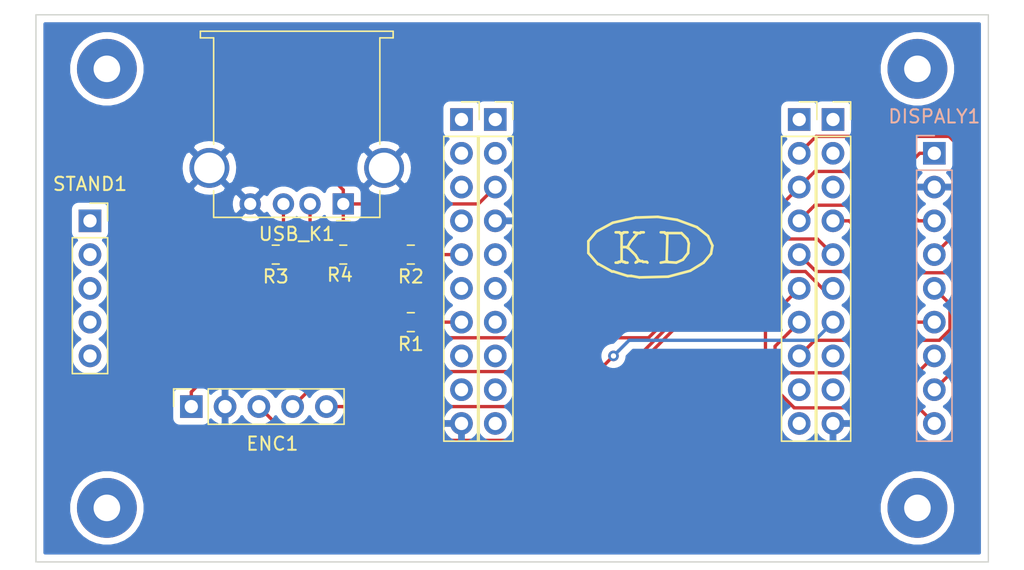
<source format=kicad_pcb>
(kicad_pcb (version 20171130) (host pcbnew "(5.1.5)-3")

  (general
    (thickness 1.6)
    (drawings 82)
    (tracks 91)
    (zones 0)
    (modules 16)
    (nets 50)
  )

  (page A4)
  (layers
    (0 F.Cu signal)
    (31 B.Cu signal)
    (32 B.Adhes user)
    (33 F.Adhes user)
    (34 B.Paste user)
    (35 F.Paste user)
    (36 B.SilkS user)
    (37 F.SilkS user)
    (38 B.Mask user)
    (39 F.Mask user)
    (40 Dwgs.User user)
    (41 Cmts.User user)
    (42 Eco1.User user)
    (43 Eco2.User user)
    (44 Edge.Cuts user)
    (45 Margin user)
    (46 B.CrtYd user hide)
    (47 F.CrtYd user)
    (48 B.Fab user)
    (49 F.Fab user)
  )

  (setup
    (last_trace_width 0.25)
    (trace_clearance 0.2)
    (zone_clearance 0.508)
    (zone_45_only no)
    (trace_min 0.2)
    (via_size 0.8)
    (via_drill 0.4)
    (via_min_size 0.4)
    (via_min_drill 0.3)
    (uvia_size 0.3)
    (uvia_drill 0.1)
    (uvias_allowed no)
    (uvia_min_size 0.2)
    (uvia_min_drill 0.1)
    (edge_width 0.05)
    (segment_width 0.2)
    (pcb_text_width 0.3)
    (pcb_text_size 1.5 1.5)
    (mod_edge_width 0.12)
    (mod_text_size 1 1)
    (mod_text_width 0.15)
    (pad_size 1.524 1.524)
    (pad_drill 0.762)
    (pad_to_mask_clearance 0.051)
    (solder_mask_min_width 0.25)
    (aux_axis_origin 31.496 73.914)
    (grid_origin 31.496 73.914)
    (visible_elements 7FFFFFFF)
    (pcbplotparams
      (layerselection 0x010f0_ffffffff)
      (usegerberextensions true)
      (usegerberattributes false)
      (usegerberadvancedattributes false)
      (creategerberjobfile false)
      (excludeedgelayer true)
      (linewidth 0.100000)
      (plotframeref false)
      (viasonmask false)
      (mode 1)
      (useauxorigin false)
      (hpglpennumber 1)
      (hpglpenspeed 20)
      (hpglpendiameter 15.000000)
      (psnegative false)
      (psa4output false)
      (plotreference true)
      (plotvalue true)
      (plotinvisibletext false)
      (padsonsilk false)
      (subtractmaskfromsilk false)
      (outputformat 1)
      (mirror false)
      (drillshape 0)
      (scaleselection 1)
      (outputdirectory "D:/WORK/ESP32/PCB/PCB1/SeedCLK/"))
  )

  (net 0 "")
  (net 1 /TXD)
  (net 2 /RXD)
  (net 3 /IO22)
  (net 4 /IO21)
  (net 5 /IO17)
  (net 6 /IO16)
  (net 7 /GND)
  (net 8 /VCC)
  (net 9 /TD0)
  (net 10 /SD0)
  (net 11 /NC)
  (net 12 /SVN)
  (net 13 /IO35)
  (net 14 /IO33)
  (net 15 /IO34)
  (net 16 /TMS)
  (net 17 /SD2)
  (net 18 /CMD)
  (net 19 /NC1)
  (net 20 /IO27)
  (net 21 /IO25)
  (net 22 /IO32)
  (net 23 /TDI)
  (net 24 /IO4)
  (net 25 /IO0)
  (net 26 /IO2)
  (net 27 /SD1)
  (net 28 /CLK)
  (net 29 /RST)
  (net 30 /SVP)
  (net 31 /IO26)
  (net 32 /IO18)
  (net 33 /IO19)
  (net 34 /IO23)
  (net 35 /IO5)
  (net 36 /3V3)
  (net 37 /TCK)
  (net 38 /SD3)
  (net 39 /USB_D+)
  (net 40 /USB_D-)
  (net 41 "Net-(H1-Pad1)")
  (net 42 "Net-(H2-Pad1)")
  (net 43 "Net-(H3-Pad1)")
  (net 44 "Net-(H4-Pad1)")
  (net 45 "Net-(STAND1-Pad5)")
  (net 46 "Net-(STAND1-Pad4)")
  (net 47 "Net-(STAND1-Pad3)")
  (net 48 "Net-(STAND1-Pad2)")
  (net 49 "Net-(STAND1-Pad1)")

  (net_class Default "This is the default net class."
    (clearance 0.2)
    (trace_width 0.25)
    (via_dia 0.8)
    (via_drill 0.4)
    (uvia_dia 0.3)
    (uvia_drill 0.1)
    (add_net /3V3)
    (add_net /CLK)
    (add_net /CMD)
    (add_net /GND)
    (add_net /IO0)
    (add_net /IO16)
    (add_net /IO17)
    (add_net /IO18)
    (add_net /IO19)
    (add_net /IO2)
    (add_net /IO21)
    (add_net /IO22)
    (add_net /IO23)
    (add_net /IO25)
    (add_net /IO26)
    (add_net /IO27)
    (add_net /IO32)
    (add_net /IO33)
    (add_net /IO34)
    (add_net /IO35)
    (add_net /IO4)
    (add_net /IO5)
    (add_net /NC)
    (add_net /NC1)
    (add_net /RST)
    (add_net /RXD)
    (add_net /SD0)
    (add_net /SD1)
    (add_net /SD2)
    (add_net /SD3)
    (add_net /SVN)
    (add_net /SVP)
    (add_net /TCK)
    (add_net /TD0)
    (add_net /TDI)
    (add_net /TMS)
    (add_net /TXD)
    (add_net /USB_D+)
    (add_net /USB_D-)
    (add_net /VCC)
    (add_net "Net-(H1-Pad1)")
    (add_net "Net-(H2-Pad1)")
    (add_net "Net-(H3-Pad1)")
    (add_net "Net-(H4-Pad1)")
    (add_net "Net-(STAND1-Pad1)")
    (add_net "Net-(STAND1-Pad2)")
    (add_net "Net-(STAND1-Pad3)")
    (add_net "Net-(STAND1-Pad4)")
    (add_net "Net-(STAND1-Pad5)")
  )

  (module Connector_PinSocket_2.54mm:PinSocket_1x05_P2.54mm_Vertical (layer F.Cu) (tedit 5A19A420) (tstamp 5EB31319)
    (at 35.56 48.26)
    (descr "Through hole straight socket strip, 1x05, 2.54mm pitch, single row (from Kicad 4.0.7), script generated")
    (tags "Through hole socket strip THT 1x05 2.54mm single row")
    (path /5EB7B31D)
    (fp_text reference STAND1 (at 0 -2.77) (layer F.SilkS)
      (effects (font (size 1 1) (thickness 0.15)))
    )
    (fp_text value Conn_01x05_Male (at 0 12.93) (layer F.Fab)
      (effects (font (size 1 1) (thickness 0.15)))
    )
    (fp_text user %R (at 0 5.08 90) (layer F.Fab)
      (effects (font (size 1 1) (thickness 0.15)))
    )
    (fp_line (start -1.8 11.9) (end -1.8 -1.8) (layer F.CrtYd) (width 0.05))
    (fp_line (start 1.75 11.9) (end -1.8 11.9) (layer F.CrtYd) (width 0.05))
    (fp_line (start 1.75 -1.8) (end 1.75 11.9) (layer F.CrtYd) (width 0.05))
    (fp_line (start -1.8 -1.8) (end 1.75 -1.8) (layer F.CrtYd) (width 0.05))
    (fp_line (start 0 -1.33) (end 1.33 -1.33) (layer F.SilkS) (width 0.12))
    (fp_line (start 1.33 -1.33) (end 1.33 0) (layer F.SilkS) (width 0.12))
    (fp_line (start 1.33 1.27) (end 1.33 11.49) (layer F.SilkS) (width 0.12))
    (fp_line (start -1.33 11.49) (end 1.33 11.49) (layer F.SilkS) (width 0.12))
    (fp_line (start -1.33 1.27) (end -1.33 11.49) (layer F.SilkS) (width 0.12))
    (fp_line (start -1.33 1.27) (end 1.33 1.27) (layer F.SilkS) (width 0.12))
    (fp_line (start -1.27 11.43) (end -1.27 -1.27) (layer F.Fab) (width 0.1))
    (fp_line (start 1.27 11.43) (end -1.27 11.43) (layer F.Fab) (width 0.1))
    (fp_line (start 1.27 -0.635) (end 1.27 11.43) (layer F.Fab) (width 0.1))
    (fp_line (start 0.635 -1.27) (end 1.27 -0.635) (layer F.Fab) (width 0.1))
    (fp_line (start -1.27 -1.27) (end 0.635 -1.27) (layer F.Fab) (width 0.1))
    (pad 5 thru_hole oval (at 0 10.16) (size 1.7 1.7) (drill 1) (layers *.Cu *.Mask)
      (net 45 "Net-(STAND1-Pad5)"))
    (pad 4 thru_hole oval (at 0 7.62) (size 1.7 1.7) (drill 1) (layers *.Cu *.Mask)
      (net 46 "Net-(STAND1-Pad4)"))
    (pad 3 thru_hole oval (at 0 5.08) (size 1.7 1.7) (drill 1) (layers *.Cu *.Mask)
      (net 47 "Net-(STAND1-Pad3)"))
    (pad 2 thru_hole oval (at 0 2.54) (size 1.7 1.7) (drill 1) (layers *.Cu *.Mask)
      (net 48 "Net-(STAND1-Pad2)"))
    (pad 1 thru_hole rect (at 0 0) (size 1.7 1.7) (drill 1) (layers *.Cu *.Mask)
      (net 49 "Net-(STAND1-Pad1)"))
    (model ${KISYS3DMOD}/Connector_PinSocket_2.54mm.3dshapes/PinSocket_1x05_P2.54mm_Vertical.wrl
      (at (xyz 0 0 0))
      (scale (xyz 1 1 1))
      (rotate (xyz 0 0 0))
    )
  )

  (module Connector_Wire:SolderWirePad_1x01_Drill2mm (layer F.Cu) (tedit 5AEE5ED2) (tstamp 5EB3152A)
    (at 36.83 69.85)
    (descr "Wire solder connection")
    (tags connector)
    (path /5EB6CA3F)
    (attr virtual)
    (fp_text reference H4 (at 0 -3.81) (layer F.SilkS) hide
      (effects (font (size 1 1) (thickness 0.15)))
    )
    (fp_text value Conn_01x01_Male (at 0 3.81) (layer F.Fab)
      (effects (font (size 1 1) (thickness 0.15)))
    )
    (fp_line (start 2.75 2.75) (end -2.75 2.75) (layer F.CrtYd) (width 0.05))
    (fp_line (start 2.75 2.75) (end 2.75 -2.75) (layer F.CrtYd) (width 0.05))
    (fp_line (start -2.75 -2.75) (end -2.75 2.75) (layer F.CrtYd) (width 0.05))
    (fp_line (start -2.75 -2.75) (end 2.75 -2.75) (layer F.CrtYd) (width 0.05))
    (fp_text user %R (at 0 0) (layer F.Fab)
      (effects (font (size 1 1) (thickness 0.15)))
    )
    (pad 1 thru_hole circle (at 0 0) (size 4.50088 4.50088) (drill 1.99898) (layers *.Cu *.Mask)
      (net 44 "Net-(H4-Pad1)"))
  )

  (module Connector_Wire:SolderWirePad_1x01_Drill2mm (layer F.Cu) (tedit 5AEE5ED2) (tstamp 5EB304D7)
    (at 36.83 36.83)
    (descr "Wire solder connection")
    (tags connector)
    (path /5EB6CA09)
    (attr virtual)
    (fp_text reference H3 (at 0 -3.81) (layer F.SilkS) hide
      (effects (font (size 1 1) (thickness 0.15)))
    )
    (fp_text value Conn_01x01_Male (at 0 3.81) (layer F.Fab)
      (effects (font (size 1 1) (thickness 0.15)))
    )
    (fp_line (start 2.75 2.75) (end -2.75 2.75) (layer F.CrtYd) (width 0.05))
    (fp_line (start 2.75 2.75) (end 2.75 -2.75) (layer F.CrtYd) (width 0.05))
    (fp_line (start -2.75 -2.75) (end -2.75 2.75) (layer F.CrtYd) (width 0.05))
    (fp_line (start -2.75 -2.75) (end 2.75 -2.75) (layer F.CrtYd) (width 0.05))
    (fp_text user %R (at 0 0) (layer F.Fab)
      (effects (font (size 1 1) (thickness 0.15)))
    )
    (pad 1 thru_hole circle (at 0 0) (size 4.50088 4.50088) (drill 1.99898) (layers *.Cu *.Mask)
      (net 43 "Net-(H3-Pad1)"))
  )

  (module Connector_Wire:SolderWirePad_1x01_Drill2mm (layer F.Cu) (tedit 5AEE5ED2) (tstamp 5EB304CD)
    (at 97.79 69.85)
    (descr "Wire solder connection")
    (tags connector)
    (path /5EB6C557)
    (attr virtual)
    (fp_text reference H2 (at 0 -3.81) (layer F.SilkS) hide
      (effects (font (size 1 1) (thickness 0.15)))
    )
    (fp_text value Conn_01x01_Male (at 0 3.81) (layer F.Fab)
      (effects (font (size 1 1) (thickness 0.15)))
    )
    (fp_line (start 2.75 2.75) (end -2.75 2.75) (layer F.CrtYd) (width 0.05))
    (fp_line (start 2.75 2.75) (end 2.75 -2.75) (layer F.CrtYd) (width 0.05))
    (fp_line (start -2.75 -2.75) (end -2.75 2.75) (layer F.CrtYd) (width 0.05))
    (fp_line (start -2.75 -2.75) (end 2.75 -2.75) (layer F.CrtYd) (width 0.05))
    (fp_text user %R (at 0 0) (layer F.Fab)
      (effects (font (size 1 1) (thickness 0.15)))
    )
    (pad 1 thru_hole circle (at 0 0) (size 4.50088 4.50088) (drill 1.99898) (layers *.Cu *.Mask)
      (net 42 "Net-(H2-Pad1)"))
  )

  (module Connector_Wire:SolderWirePad_1x01_Drill2mm (layer F.Cu) (tedit 5AEE5ED2) (tstamp 5EB304C3)
    (at 97.79 36.83)
    (descr "Wire solder connection")
    (tags connector)
    (path /5EB686C0)
    (attr virtual)
    (fp_text reference H1 (at 0 -3.81) (layer F.SilkS) hide
      (effects (font (size 1 1) (thickness 0.15)))
    )
    (fp_text value Conn_01x01_Male (at 0 3.81) (layer F.Fab)
      (effects (font (size 1 1) (thickness 0.15)))
    )
    (fp_line (start 2.75 2.75) (end -2.75 2.75) (layer F.CrtYd) (width 0.05))
    (fp_line (start 2.75 2.75) (end 2.75 -2.75) (layer F.CrtYd) (width 0.05))
    (fp_line (start -2.75 -2.75) (end -2.75 2.75) (layer F.CrtYd) (width 0.05))
    (fp_line (start -2.75 -2.75) (end 2.75 -2.75) (layer F.CrtYd) (width 0.05))
    (fp_text user %R (at 0 0) (layer F.Fab)
      (effects (font (size 1 1) (thickness 0.15)))
    )
    (pad 1 thru_hole circle (at 0 0) (size 4.50088 4.50088) (drill 1.99898) (layers *.Cu *.Mask)
      (net 41 "Net-(H1-Pad1)"))
  )

  (module Connector_PinSocket_2.54mm:PinSocket_1x10_P2.54mm_Vertical (layer F.Cu) (tedit 5A19A425) (tstamp 5E9C6782)
    (at 88.9 40.64)
    (descr "Through hole straight socket strip, 1x10, 2.54mm pitch, single row (from Kicad 4.0.7), script generated")
    (tags "Through hole socket strip THT 1x10 2.54mm single row")
    (path /5E9E0333)
    (fp_text reference ESP32_3 (at -3.81 -2.77) (layer F.SilkS) hide
      (effects (font (size 1 1) (thickness 0.15)))
    )
    (fp_text value Conn_01x10_Female (at 0 25.63) (layer F.Fab)
      (effects (font (size 1 1) (thickness 0.15)))
    )
    (fp_text user %R (at 0 11.43 90) (layer F.Fab)
      (effects (font (size 1 1) (thickness 0.15)))
    )
    (fp_line (start -1.8 24.6) (end -1.8 -1.8) (layer F.CrtYd) (width 0.05))
    (fp_line (start 1.75 24.6) (end -1.8 24.6) (layer F.CrtYd) (width 0.05))
    (fp_line (start 1.75 -1.8) (end 1.75 24.6) (layer F.CrtYd) (width 0.05))
    (fp_line (start -1.8 -1.8) (end 1.75 -1.8) (layer F.CrtYd) (width 0.05))
    (fp_line (start 0 -1.33) (end 1.33 -1.33) (layer F.SilkS) (width 0.12))
    (fp_line (start 1.33 -1.33) (end 1.33 0) (layer F.SilkS) (width 0.12))
    (fp_line (start 1.33 1.27) (end 1.33 24.19) (layer F.SilkS) (width 0.12))
    (fp_line (start -1.33 24.19) (end 1.33 24.19) (layer F.SilkS) (width 0.12))
    (fp_line (start -1.33 1.27) (end -1.33 24.19) (layer F.SilkS) (width 0.12))
    (fp_line (start -1.33 1.27) (end 1.33 1.27) (layer F.SilkS) (width 0.12))
    (fp_line (start -1.27 24.13) (end -1.27 -1.27) (layer F.Fab) (width 0.1))
    (fp_line (start 1.27 24.13) (end -1.27 24.13) (layer F.Fab) (width 0.1))
    (fp_line (start 1.27 -0.635) (end 1.27 24.13) (layer F.Fab) (width 0.1))
    (fp_line (start 0.635 -1.27) (end 1.27 -0.635) (layer F.Fab) (width 0.1))
    (fp_line (start -1.27 -1.27) (end 0.635 -1.27) (layer F.Fab) (width 0.1))
    (pad 10 thru_hole oval (at 0 22.86) (size 1.7 1.7) (drill 1) (layers *.Cu *.Mask)
      (net 29 /RST))
    (pad 9 thru_hole oval (at 0 20.32) (size 1.7 1.7) (drill 1) (layers *.Cu *.Mask)
      (net 30 /SVP))
    (pad 8 thru_hole oval (at 0 17.78) (size 1.7 1.7) (drill 1) (layers *.Cu *.Mask)
      (net 31 /IO26))
    (pad 7 thru_hole oval (at 0 15.24) (size 1.7 1.7) (drill 1) (layers *.Cu *.Mask)
      (net 32 /IO18))
    (pad 6 thru_hole oval (at 0 12.7) (size 1.7 1.7) (drill 1) (layers *.Cu *.Mask)
      (net 33 /IO19))
    (pad 5 thru_hole oval (at 0 10.16) (size 1.7 1.7) (drill 1) (layers *.Cu *.Mask)
      (net 34 /IO23))
    (pad 4 thru_hole oval (at 0 7.62) (size 1.7 1.7) (drill 1) (layers *.Cu *.Mask)
      (net 35 /IO5))
    (pad 3 thru_hole oval (at 0 5.08) (size 1.7 1.7) (drill 1) (layers *.Cu *.Mask)
      (net 36 /3V3))
    (pad 2 thru_hole oval (at 0 2.54) (size 1.7 1.7) (drill 1) (layers *.Cu *.Mask)
      (net 37 /TCK))
    (pad 1 thru_hole rect (at 0 0) (size 1.7 1.7) (drill 1) (layers *.Cu *.Mask)
      (net 38 /SD3))
    (model ${KISYS3DMOD}/Connector_PinSocket_2.54mm.3dshapes/PinSocket_1x10_P2.54mm_Vertical.wrl
      (at (xyz 0 0 0))
      (scale (xyz 1 1 1))
      (rotate (xyz 0 0 0))
    )
  )

  (module Connector_PinSocket_2.54mm:PinSocket_1x05_P2.54mm_Vertical (layer F.Cu) (tedit 5A19A420) (tstamp 5EB2D4AD)
    (at 43.18 62.23 90)
    (descr "Through hole straight socket strip, 1x05, 2.54mm pitch, single row (from Kicad 4.0.7), script generated")
    (tags "Through hole socket strip THT 1x05 2.54mm single row")
    (path /5EB359DF)
    (fp_text reference ENC1 (at -2.794 6.096 180) (layer F.SilkS)
      (effects (font (size 1 1) (thickness 0.15)))
    )
    (fp_text value Conn_01x05_Male (at 0 12.93 90) (layer F.Fab)
      (effects (font (size 1 1) (thickness 0.15)))
    )
    (fp_text user %R (at 0 5.08) (layer F.Fab)
      (effects (font (size 1 1) (thickness 0.15)))
    )
    (fp_line (start -1.8 11.9) (end -1.8 -1.8) (layer F.CrtYd) (width 0.05))
    (fp_line (start 1.75 11.9) (end -1.8 11.9) (layer F.CrtYd) (width 0.05))
    (fp_line (start 1.75 -1.8) (end 1.75 11.9) (layer F.CrtYd) (width 0.05))
    (fp_line (start -1.8 -1.8) (end 1.75 -1.8) (layer F.CrtYd) (width 0.05))
    (fp_line (start 0 -1.33) (end 1.33 -1.33) (layer F.SilkS) (width 0.12))
    (fp_line (start 1.33 -1.33) (end 1.33 0) (layer F.SilkS) (width 0.12))
    (fp_line (start 1.33 1.27) (end 1.33 11.49) (layer F.SilkS) (width 0.12))
    (fp_line (start -1.33 11.49) (end 1.33 11.49) (layer F.SilkS) (width 0.12))
    (fp_line (start -1.33 1.27) (end -1.33 11.49) (layer F.SilkS) (width 0.12))
    (fp_line (start -1.33 1.27) (end 1.33 1.27) (layer F.SilkS) (width 0.12))
    (fp_line (start -1.27 11.43) (end -1.27 -1.27) (layer F.Fab) (width 0.1))
    (fp_line (start 1.27 11.43) (end -1.27 11.43) (layer F.Fab) (width 0.1))
    (fp_line (start 1.27 -0.635) (end 1.27 11.43) (layer F.Fab) (width 0.1))
    (fp_line (start 0.635 -1.27) (end 1.27 -0.635) (layer F.Fab) (width 0.1))
    (fp_line (start -1.27 -1.27) (end 0.635 -1.27) (layer F.Fab) (width 0.1))
    (pad 5 thru_hole oval (at 0 10.16 90) (size 1.7 1.7) (drill 1) (layers *.Cu *.Mask)
      (net 15 /IO34))
    (pad 4 thru_hole oval (at 0 7.62 90) (size 1.7 1.7) (drill 1) (layers *.Cu *.Mask)
      (net 13 /IO35))
    (pad 3 thru_hole oval (at 0 5.08 90) (size 1.7 1.7) (drill 1) (layers *.Cu *.Mask)
      (net 14 /IO33))
    (pad 2 thru_hole oval (at 0 2.54 90) (size 1.7 1.7) (drill 1) (layers *.Cu *.Mask)
      (net 7 /GND))
    (pad 1 thru_hole rect (at 0 0 90) (size 1.7 1.7) (drill 1) (layers *.Cu *.Mask)
      (net 36 /3V3))
    (model ${KISYS3DMOD}/Connector_PinSocket_2.54mm.3dshapes/PinSocket_1x05_P2.54mm_Vertical.wrl
      (at (xyz 0 0 0))
      (scale (xyz 1 1 1))
      (rotate (xyz 0 0 0))
    )
  )

  (module Connector_USB:USB_A_Stewart_SS-52100-001_Horizontal (layer F.Cu) (tedit 5CB49A87) (tstamp 5E9C4588)
    (at 54.61 46.99 180)
    (descr "USB A connector https://belfuse.com/resources/drawings/stewartconnector/dr-stw-ss-52100-001.pdf")
    (tags "USB_A Female Connector receptacle")
    (path /5E9EC64F)
    (fp_text reference USB_K1 (at 3.5 -2.26) (layer F.SilkS)
      (effects (font (size 1 1) (thickness 0.15)))
    )
    (fp_text value USB_A (at 3.5 14.49) (layer F.Fab)
      (effects (font (size 1 1) (thickness 0.15)))
    )
    (fp_line (start -5.15 1.99) (end -4.25 0.69) (layer F.CrtYd) (width 0.05))
    (fp_line (start -5.15 3.44) (end -5.15 1.99) (layer F.CrtYd) (width 0.05))
    (fp_line (start -3.25 4.74) (end -4.25 4.74) (layer F.CrtYd) (width 0.05))
    (fp_line (start -5.15 3.44) (end -4.25 4.74) (layer F.CrtYd) (width 0.05))
    (fp_line (start -3.25 0.69) (end -4.25 0.69) (layer F.CrtYd) (width 0.05))
    (fp_line (start 12.15 3.44) (end 11.25 4.74) (layer F.CrtYd) (width 0.05))
    (fp_line (start -3.25 0.69) (end -3.25 -1.51) (layer F.CrtYd) (width 0.05))
    (fp_line (start 10.25 -1.51) (end -3.25 -1.51) (layer F.CrtYd) (width 0.05))
    (fp_line (start 10.25 0.69) (end 10.25 -1.51) (layer F.CrtYd) (width 0.05))
    (fp_line (start 12.15 1.99) (end 12.15 3.44) (layer F.CrtYd) (width 0.05))
    (fp_line (start 10.25 0.69) (end 11.25 0.69) (layer F.CrtYd) (width 0.05))
    (fp_line (start 12.15 1.99) (end 11.25 0.69) (layer F.CrtYd) (width 0.05))
    (fp_line (start 10.75 12.49) (end 10.75 12.99) (layer F.Fab) (width 0.1))
    (fp_line (start 9.75 12.49) (end 10.75 12.49) (layer F.Fab) (width 0.1))
    (fp_line (start -3.75 12.49) (end -2.75 12.49) (layer F.Fab) (width 0.1))
    (fp_line (start -3.75 12.99) (end -3.75 12.49) (layer F.Fab) (width 0.1))
    (fp_line (start -3.75 12.99) (end 10.75 12.99) (layer F.Fab) (width 0.1))
    (fp_line (start -2.75 12.49) (end -2.75 -1.01) (layer F.Fab) (width 0.1))
    (fp_line (start -2.75 -1.01) (end 9.75 -1.01) (layer F.Fab) (width 0.1))
    (fp_line (start 9.75 12.49) (end 9.75 -1.01) (layer F.Fab) (width 0.1))
    (fp_text user %R (at 3.5 5.99) (layer F.Fab)
      (effects (font (size 1 1) (thickness 0.15)))
    )
    (fp_line (start -3.75 12.99) (end 10.75 12.99) (layer F.SilkS) (width 0.12))
    (fp_line (start 10.75 12.99) (end 10.75 12.49) (layer F.SilkS) (width 0.12))
    (fp_line (start 10.75 12.49) (end 9.75 12.49) (layer F.SilkS) (width 0.12))
    (fp_line (start 9.75 12.49) (end 9.75 4.49) (layer F.SilkS) (width 0.12))
    (fp_line (start 9.75 0.99) (end 9.75 -1.01) (layer F.SilkS) (width 0.12))
    (fp_line (start 9.75 -1.01) (end -2.75 -1.01) (layer F.SilkS) (width 0.12))
    (fp_line (start -2.75 -1.01) (end -2.75 0.99) (layer F.SilkS) (width 0.12))
    (fp_line (start -2.75 4.49) (end -2.75 12.49) (layer F.SilkS) (width 0.12))
    (fp_line (start -2.75 12.49) (end -3.75 12.49) (layer F.SilkS) (width 0.12))
    (fp_line (start -3.75 12.49) (end -3.75 12.99) (layer F.SilkS) (width 0.12))
    (fp_line (start -0.5 -1.26) (end 0.5 -1.26) (layer F.SilkS) (width 0.12))
    (fp_line (start -0.25 -1.01) (end 0 -0.76) (layer F.Fab) (width 0.1))
    (fp_line (start 0 -0.76) (end 0.25 -1.01) (layer F.Fab) (width 0.1))
    (fp_line (start -3.25 4.74) (end -3.25 11.99) (layer F.CrtYd) (width 0.05))
    (fp_line (start -3.25 11.99) (end -4.25 11.99) (layer F.CrtYd) (width 0.05))
    (fp_line (start -4.25 11.99) (end -4.25 13.49) (layer F.CrtYd) (width 0.05))
    (fp_line (start -4.25 13.49) (end 11.25 13.49) (layer F.CrtYd) (width 0.05))
    (fp_line (start 11.25 13.49) (end 11.25 11.99) (layer F.CrtYd) (width 0.05))
    (fp_line (start 11.25 11.99) (end 10.25 11.99) (layer F.CrtYd) (width 0.05))
    (fp_line (start 10.25 11.99) (end 10.25 4.74) (layer F.CrtYd) (width 0.05))
    (fp_line (start 10.25 4.74) (end 11.25 4.74) (layer F.CrtYd) (width 0.05))
    (pad 4 thru_hole circle (at 7 0 180) (size 1.6 1.6) (drill 0.92) (layers *.Cu *.Mask)
      (net 7 /GND))
    (pad 3 thru_hole circle (at 4.5 0 180) (size 1.6 1.6) (drill 0.92) (layers *.Cu *.Mask)
      (net 39 /USB_D+))
    (pad 2 thru_hole circle (at 2.5 0 180) (size 1.6 1.6) (drill 0.92) (layers *.Cu *.Mask)
      (net 40 /USB_D-))
    (pad 1 thru_hole rect (at 0 0 180) (size 1.6 1.6) (drill 0.92) (layers *.Cu *.Mask)
      (net 8 /VCC))
    (pad 5 thru_hole circle (at -3.07 2.71 180) (size 3 3) (drill 2.3) (layers *.Cu *.Mask)
      (net 7 /GND))
    (pad 5 thru_hole circle (at 10.07 2.71 180) (size 3 3) (drill 2.3) (layers *.Cu *.Mask)
      (net 7 /GND))
    (model ${KISYS3DMOD}/Connector_USB.3dshapes/USB_A_Stewart_SS-52100-001_Horizontal.wrl
      (at (xyz 0 0 0))
      (scale (xyz 1 1 1))
      (rotate (xyz 0 0 0))
    )
  )

  (module Resistor_SMD:R_0805_2012Metric (layer F.Cu) (tedit 5B36C52B) (tstamp 5E9C4559)
    (at 54.61 50.8)
    (descr "Resistor SMD 0805 (2012 Metric), square (rectangular) end terminal, IPC_7351 nominal, (Body size source: https://docs.google.com/spreadsheets/d/1BsfQQcO9C6DZCsRaXUlFlo91Tg2WpOkGARC1WS5S8t0/edit?usp=sharing), generated with kicad-footprint-generator")
    (tags resistor)
    (path /5EA0AE3B)
    (attr smd)
    (fp_text reference R4 (at -0.254 1.524) (layer F.SilkS)
      (effects (font (size 1 1) (thickness 0.15)))
    )
    (fp_text value 2K (at 0 1.65) (layer F.Fab)
      (effects (font (size 1 1) (thickness 0.15)))
    )
    (fp_text user %R (at 0 0) (layer F.Fab)
      (effects (font (size 0.5 0.5) (thickness 0.08)))
    )
    (fp_line (start 1.68 0.95) (end -1.68 0.95) (layer F.CrtYd) (width 0.05))
    (fp_line (start 1.68 -0.95) (end 1.68 0.95) (layer F.CrtYd) (width 0.05))
    (fp_line (start -1.68 -0.95) (end 1.68 -0.95) (layer F.CrtYd) (width 0.05))
    (fp_line (start -1.68 0.95) (end -1.68 -0.95) (layer F.CrtYd) (width 0.05))
    (fp_line (start -0.258578 0.71) (end 0.258578 0.71) (layer F.SilkS) (width 0.12))
    (fp_line (start -0.258578 -0.71) (end 0.258578 -0.71) (layer F.SilkS) (width 0.12))
    (fp_line (start 1 0.6) (end -1 0.6) (layer F.Fab) (width 0.1))
    (fp_line (start 1 -0.6) (end 1 0.6) (layer F.Fab) (width 0.1))
    (fp_line (start -1 -0.6) (end 1 -0.6) (layer F.Fab) (width 0.1))
    (fp_line (start -1 0.6) (end -1 -0.6) (layer F.Fab) (width 0.1))
    (pad 2 smd roundrect (at 0.9375 0) (size 0.975 1.4) (layers F.Cu F.Paste F.Mask) (roundrect_rratio 0.25)
      (net 8 /VCC))
    (pad 1 smd roundrect (at -0.9375 0) (size 0.975 1.4) (layers F.Cu F.Paste F.Mask) (roundrect_rratio 0.25)
      (net 40 /USB_D-))
    (model ${KISYS3DMOD}/Resistor_SMD.3dshapes/R_0805_2012Metric.wrl
      (at (xyz 0 0 0))
      (scale (xyz 1 1 1))
      (rotate (xyz 0 0 0))
    )
  )

  (module Resistor_SMD:R_0805_2012Metric (layer F.Cu) (tedit 5B36C52B) (tstamp 5E9C4546)
    (at 49.53 50.8 180)
    (descr "Resistor SMD 0805 (2012 Metric), square (rectangular) end terminal, IPC_7351 nominal, (Body size source: https://docs.google.com/spreadsheets/d/1BsfQQcO9C6DZCsRaXUlFlo91Tg2WpOkGARC1WS5S8t0/edit?usp=sharing), generated with kicad-footprint-generator")
    (tags resistor)
    (path /5EA0D680)
    (attr smd)
    (fp_text reference R3 (at 0 -1.65) (layer F.SilkS)
      (effects (font (size 1 1) (thickness 0.15)))
    )
    (fp_text value 2K (at 0 1.65) (layer F.Fab)
      (effects (font (size 1 1) (thickness 0.15)))
    )
    (fp_text user %R (at 0 0) (layer F.Fab)
      (effects (font (size 0.5 0.5) (thickness 0.08)))
    )
    (fp_line (start 1.68 0.95) (end -1.68 0.95) (layer F.CrtYd) (width 0.05))
    (fp_line (start 1.68 -0.95) (end 1.68 0.95) (layer F.CrtYd) (width 0.05))
    (fp_line (start -1.68 -0.95) (end 1.68 -0.95) (layer F.CrtYd) (width 0.05))
    (fp_line (start -1.68 0.95) (end -1.68 -0.95) (layer F.CrtYd) (width 0.05))
    (fp_line (start -0.258578 0.71) (end 0.258578 0.71) (layer F.SilkS) (width 0.12))
    (fp_line (start -0.258578 -0.71) (end 0.258578 -0.71) (layer F.SilkS) (width 0.12))
    (fp_line (start 1 0.6) (end -1 0.6) (layer F.Fab) (width 0.1))
    (fp_line (start 1 -0.6) (end 1 0.6) (layer F.Fab) (width 0.1))
    (fp_line (start -1 -0.6) (end 1 -0.6) (layer F.Fab) (width 0.1))
    (fp_line (start -1 0.6) (end -1 -0.6) (layer F.Fab) (width 0.1))
    (pad 2 smd roundrect (at 0.9375 0 180) (size 0.975 1.4) (layers F.Cu F.Paste F.Mask) (roundrect_rratio 0.25)
      (net 8 /VCC))
    (pad 1 smd roundrect (at -0.9375 0 180) (size 0.975 1.4) (layers F.Cu F.Paste F.Mask) (roundrect_rratio 0.25)
      (net 39 /USB_D+))
    (model ${KISYS3DMOD}/Resistor_SMD.3dshapes/R_0805_2012Metric.wrl
      (at (xyz 0 0 0))
      (scale (xyz 1 1 1))
      (rotate (xyz 0 0 0))
    )
  )

  (module Resistor_SMD:R_0805_2012Metric (layer F.Cu) (tedit 5B36C52B) (tstamp 5E9C4533)
    (at 59.69 50.8 180)
    (descr "Resistor SMD 0805 (2012 Metric), square (rectangular) end terminal, IPC_7351 nominal, (Body size source: https://docs.google.com/spreadsheets/d/1BsfQQcO9C6DZCsRaXUlFlo91Tg2WpOkGARC1WS5S8t0/edit?usp=sharing), generated with kicad-footprint-generator")
    (tags resistor)
    (path /5E9C77DE)
    (attr smd)
    (fp_text reference R2 (at 0 -1.65) (layer F.SilkS)
      (effects (font (size 1 1) (thickness 0.15)))
    )
    (fp_text value 120 (at 0 1.65) (layer F.Fab)
      (effects (font (size 1 1) (thickness 0.15)))
    )
    (fp_text user %R (at 0 0) (layer F.Fab)
      (effects (font (size 0.5 0.5) (thickness 0.08)))
    )
    (fp_line (start 1.68 0.95) (end -1.68 0.95) (layer F.CrtYd) (width 0.05))
    (fp_line (start 1.68 -0.95) (end 1.68 0.95) (layer F.CrtYd) (width 0.05))
    (fp_line (start -1.68 -0.95) (end 1.68 -0.95) (layer F.CrtYd) (width 0.05))
    (fp_line (start -1.68 0.95) (end -1.68 -0.95) (layer F.CrtYd) (width 0.05))
    (fp_line (start -0.258578 0.71) (end 0.258578 0.71) (layer F.SilkS) (width 0.12))
    (fp_line (start -0.258578 -0.71) (end 0.258578 -0.71) (layer F.SilkS) (width 0.12))
    (fp_line (start 1 0.6) (end -1 0.6) (layer F.Fab) (width 0.1))
    (fp_line (start 1 -0.6) (end 1 0.6) (layer F.Fab) (width 0.1))
    (fp_line (start -1 -0.6) (end 1 -0.6) (layer F.Fab) (width 0.1))
    (fp_line (start -1 0.6) (end -1 -0.6) (layer F.Fab) (width 0.1))
    (pad 2 smd roundrect (at 0.9375 0 180) (size 0.975 1.4) (layers F.Cu F.Paste F.Mask) (roundrect_rratio 0.25)
      (net 40 /USB_D-))
    (pad 1 smd roundrect (at -0.9375 0 180) (size 0.975 1.4) (layers F.Cu F.Paste F.Mask) (roundrect_rratio 0.25)
      (net 24 /IO4))
    (model ${KISYS3DMOD}/Resistor_SMD.3dshapes/R_0805_2012Metric.wrl
      (at (xyz 0 0 0))
      (scale (xyz 1 1 1))
      (rotate (xyz 0 0 0))
    )
  )

  (module Resistor_SMD:R_0805_2012Metric (layer F.Cu) (tedit 5B36C52B) (tstamp 5E9C66F3)
    (at 59.69 55.88 180)
    (descr "Resistor SMD 0805 (2012 Metric), square (rectangular) end terminal, IPC_7351 nominal, (Body size source: https://docs.google.com/spreadsheets/d/1BsfQQcO9C6DZCsRaXUlFlo91Tg2WpOkGARC1WS5S8t0/edit?usp=sharing), generated with kicad-footprint-generator")
    (tags resistor)
    (path /5EA0BCD1)
    (attr smd)
    (fp_text reference R1 (at 0 -1.65) (layer F.SilkS)
      (effects (font (size 1 1) (thickness 0.15)))
    )
    (fp_text value 120 (at 0 1.65) (layer F.Fab)
      (effects (font (size 1 1) (thickness 0.15)))
    )
    (fp_text user %R (at 0 0) (layer F.Fab)
      (effects (font (size 0.5 0.5) (thickness 0.08)))
    )
    (fp_line (start 1.68 0.95) (end -1.68 0.95) (layer F.CrtYd) (width 0.05))
    (fp_line (start 1.68 -0.95) (end 1.68 0.95) (layer F.CrtYd) (width 0.05))
    (fp_line (start -1.68 -0.95) (end 1.68 -0.95) (layer F.CrtYd) (width 0.05))
    (fp_line (start -1.68 0.95) (end -1.68 -0.95) (layer F.CrtYd) (width 0.05))
    (fp_line (start -0.258578 0.71) (end 0.258578 0.71) (layer F.SilkS) (width 0.12))
    (fp_line (start -0.258578 -0.71) (end 0.258578 -0.71) (layer F.SilkS) (width 0.12))
    (fp_line (start 1 0.6) (end -1 0.6) (layer F.Fab) (width 0.1))
    (fp_line (start 1 -0.6) (end 1 0.6) (layer F.Fab) (width 0.1))
    (fp_line (start -1 -0.6) (end 1 -0.6) (layer F.Fab) (width 0.1))
    (fp_line (start -1 0.6) (end -1 -0.6) (layer F.Fab) (width 0.1))
    (pad 2 smd roundrect (at 0.9375 0 180) (size 0.975 1.4) (layers F.Cu F.Paste F.Mask) (roundrect_rratio 0.25)
      (net 39 /USB_D+))
    (pad 1 smd roundrect (at -0.9375 0 180) (size 0.975 1.4) (layers F.Cu F.Paste F.Mask) (roundrect_rratio 0.25)
      (net 22 /IO32))
    (model ${KISYS3DMOD}/Resistor_SMD.3dshapes/R_0805_2012Metric.wrl
      (at (xyz 0 0 0))
      (scale (xyz 1 1 1))
      (rotate (xyz 0 0 0))
    )
  )

  (module Connector_PinSocket_2.54mm:PinSocket_1x09_P2.54mm_Vertical (layer B.Cu) (tedit 5A19A431) (tstamp 5EA15AFD)
    (at 99.06 43.18 180)
    (descr "Through hole straight socket strip, 1x09, 2.54mm pitch, single row (from Kicad 4.0.7), script generated")
    (tags "Through hole socket strip THT 1x09 2.54mm single row")
    (path /5EA18DDD)
    (fp_text reference DISPALY1 (at 0 2.77) (layer B.SilkS)
      (effects (font (size 1 1) (thickness 0.15)))
    )
    (fp_text value Conn_01x09_Male (at 0 -23.09) (layer B.Fab)
      (effects (font (size 1 1) (thickness 0.15)) (justify mirror))
    )
    (fp_text user %R (at 0 -10.16 270) (layer B.Fab)
      (effects (font (size 1 1) (thickness 0.15)) (justify mirror))
    )
    (fp_line (start -1.8 -22.1) (end -1.8 1.8) (layer B.CrtYd) (width 0.05))
    (fp_line (start 1.75 -22.1) (end -1.8 -22.1) (layer B.CrtYd) (width 0.05))
    (fp_line (start 1.75 1.8) (end 1.75 -22.1) (layer B.CrtYd) (width 0.05))
    (fp_line (start -1.8 1.8) (end 1.75 1.8) (layer B.CrtYd) (width 0.05))
    (fp_line (start 0 1.33) (end 1.33 1.33) (layer B.SilkS) (width 0.12))
    (fp_line (start 1.33 1.33) (end 1.33 0) (layer B.SilkS) (width 0.12))
    (fp_line (start 1.33 -1.27) (end 1.33 -21.65) (layer B.SilkS) (width 0.12))
    (fp_line (start -1.33 -21.65) (end 1.33 -21.65) (layer B.SilkS) (width 0.12))
    (fp_line (start -1.33 -1.27) (end -1.33 -21.65) (layer B.SilkS) (width 0.12))
    (fp_line (start -1.33 -1.27) (end 1.33 -1.27) (layer B.SilkS) (width 0.12))
    (fp_line (start -1.27 -21.59) (end -1.27 1.27) (layer B.Fab) (width 0.1))
    (fp_line (start 1.27 -21.59) (end -1.27 -21.59) (layer B.Fab) (width 0.1))
    (fp_line (start 1.27 0.635) (end 1.27 -21.59) (layer B.Fab) (width 0.1))
    (fp_line (start 0.635 1.27) (end 1.27 0.635) (layer B.Fab) (width 0.1))
    (fp_line (start -1.27 1.27) (end 0.635 1.27) (layer B.Fab) (width 0.1))
    (pad 9 thru_hole oval (at 0 -20.32 180) (size 1.7 1.7) (drill 1) (layers *.Cu *.Mask)
      (net 33 /IO19))
    (pad 8 thru_hole oval (at 0 -17.78 180) (size 1.7 1.7) (drill 1) (layers *.Cu *.Mask)
      (net 16 /TMS))
    (pad 7 thru_hole oval (at 0 -15.24 180) (size 1.7 1.7) (drill 1) (layers *.Cu *.Mask)
      (net 32 /IO18))
    (pad 6 thru_hole oval (at 0 -12.7 180) (size 1.7 1.7) (drill 1) (layers *.Cu *.Mask)
      (net 34 /IO23))
    (pad 5 thru_hole oval (at 0 -10.16 180) (size 1.7 1.7) (drill 1) (layers *.Cu *.Mask)
      (net 31 /IO26))
    (pad 4 thru_hole oval (at 0 -7.62 180) (size 1.7 1.7) (drill 1) (layers *.Cu *.Mask)
      (net 37 /TCK))
    (pad 3 thru_hole oval (at 0 -5.08 180) (size 1.7 1.7) (drill 1) (layers *.Cu *.Mask)
      (net 35 /IO5))
    (pad 2 thru_hole oval (at 0 -2.54 180) (size 1.7 1.7) (drill 1) (layers *.Cu *.Mask)
      (net 7 /GND))
    (pad 1 thru_hole rect (at 0 0 180) (size 1.7 1.7) (drill 1) (layers *.Cu *.Mask)
      (net 36 /3V3))
    (model ${KISYS3DMOD}/Connector_PinSocket_2.54mm.3dshapes/PinSocket_1x09_P2.54mm_Vertical.wrl
      (at (xyz 0 0 0))
      (scale (xyz 1 1 1))
      (rotate (xyz 0 0 0))
    )
  )

  (module Connector_PinSocket_2.54mm:PinSocket_1x10_P2.54mm_Vertical (layer F.Cu) (tedit 5A19A425) (tstamp 5E9C67A0)
    (at 91.44 40.64)
    (descr "Through hole straight socket strip, 1x10, 2.54mm pitch, single row (from Kicad 4.0.7), script generated")
    (tags "Through hole socket strip THT 1x10 2.54mm single row")
    (path /5E9E032D)
    (fp_text reference ESP32_4 (at 3.81 -2.77) (layer F.SilkS) hide
      (effects (font (size 1 1) (thickness 0.15)))
    )
    (fp_text value Conn_01x10_Female (at 0 25.63) (layer F.Fab)
      (effects (font (size 1 1) (thickness 0.15)))
    )
    (fp_text user %R (at 0 11.43 90) (layer F.Fab)
      (effects (font (size 1 1) (thickness 0.15)))
    )
    (fp_line (start -1.8 24.6) (end -1.8 -1.8) (layer F.CrtYd) (width 0.05))
    (fp_line (start 1.75 24.6) (end -1.8 24.6) (layer F.CrtYd) (width 0.05))
    (fp_line (start 1.75 -1.8) (end 1.75 24.6) (layer F.CrtYd) (width 0.05))
    (fp_line (start -1.8 -1.8) (end 1.75 -1.8) (layer F.CrtYd) (width 0.05))
    (fp_line (start 0 -1.33) (end 1.33 -1.33) (layer F.SilkS) (width 0.12))
    (fp_line (start 1.33 -1.33) (end 1.33 0) (layer F.SilkS) (width 0.12))
    (fp_line (start 1.33 1.27) (end 1.33 24.19) (layer F.SilkS) (width 0.12))
    (fp_line (start -1.33 24.19) (end 1.33 24.19) (layer F.SilkS) (width 0.12))
    (fp_line (start -1.33 1.27) (end -1.33 24.19) (layer F.SilkS) (width 0.12))
    (fp_line (start -1.33 1.27) (end 1.33 1.27) (layer F.SilkS) (width 0.12))
    (fp_line (start -1.27 24.13) (end -1.27 -1.27) (layer F.Fab) (width 0.1))
    (fp_line (start 1.27 24.13) (end -1.27 24.13) (layer F.Fab) (width 0.1))
    (fp_line (start 1.27 -0.635) (end 1.27 24.13) (layer F.Fab) (width 0.1))
    (fp_line (start 0.635 -1.27) (end 1.27 -0.635) (layer F.Fab) (width 0.1))
    (fp_line (start -1.27 -1.27) (end 0.635 -1.27) (layer F.Fab) (width 0.1))
    (pad 10 thru_hole oval (at 0 22.86) (size 1.7 1.7) (drill 1) (layers *.Cu *.Mask)
      (net 7 /GND))
    (pad 9 thru_hole oval (at 0 20.32) (size 1.7 1.7) (drill 1) (layers *.Cu *.Mask)
      (net 11 /NC))
    (pad 8 thru_hole oval (at 0 17.78) (size 1.7 1.7) (drill 1) (layers *.Cu *.Mask)
      (net 12 /SVN))
    (pad 7 thru_hole oval (at 0 15.24) (size 1.7 1.7) (drill 1) (layers *.Cu *.Mask)
      (net 13 /IO35))
    (pad 6 thru_hole oval (at 0 12.7) (size 1.7 1.7) (drill 1) (layers *.Cu *.Mask)
      (net 14 /IO33))
    (pad 5 thru_hole oval (at 0 10.16) (size 1.7 1.7) (drill 1) (layers *.Cu *.Mask)
      (net 15 /IO34))
    (pad 4 thru_hole oval (at 0 7.62) (size 1.7 1.7) (drill 1) (layers *.Cu *.Mask)
      (net 16 /TMS))
    (pad 3 thru_hole oval (at 0 5.08) (size 1.7 1.7) (drill 1) (layers *.Cu *.Mask)
      (net 19 /NC1))
    (pad 2 thru_hole oval (at 0 2.54) (size 1.7 1.7) (drill 1) (layers *.Cu *.Mask)
      (net 17 /SD2))
    (pad 1 thru_hole rect (at 0 0) (size 1.7 1.7) (drill 1) (layers *.Cu *.Mask)
      (net 18 /CMD))
    (model ${KISYS3DMOD}/Connector_PinSocket_2.54mm.3dshapes/PinSocket_1x10_P2.54mm_Vertical.wrl
      (at (xyz 0 0 0))
      (scale (xyz 1 1 1))
      (rotate (xyz 0 0 0))
    )
  )

  (module Connector_PinSocket_2.54mm:PinSocket_1x10_P2.54mm_Vertical (layer F.Cu) (tedit 5A19A425) (tstamp 5E9C6764)
    (at 66.04 40.64)
    (descr "Through hole straight socket strip, 1x10, 2.54mm pitch, single row (from Kicad 4.0.7), script generated")
    (tags "Through hole socket strip THT 1x10 2.54mm single row")
    (path /5E9C4262)
    (fp_text reference ESP32_2 (at 3.81 -2.54) (layer F.SilkS) hide
      (effects (font (size 1 1) (thickness 0.15)))
    )
    (fp_text value Conn_01x10_Female (at 13.97 24.13) (layer F.Fab)
      (effects (font (size 1 1) (thickness 0.15)))
    )
    (fp_text user %R (at 0 11.43 90) (layer F.Fab)
      (effects (font (size 1 1) (thickness 0.15)))
    )
    (fp_line (start -1.8 24.6) (end -1.8 -1.8) (layer F.CrtYd) (width 0.05))
    (fp_line (start 1.75 24.6) (end -1.8 24.6) (layer F.CrtYd) (width 0.05))
    (fp_line (start 1.75 -1.8) (end 1.75 24.6) (layer F.CrtYd) (width 0.05))
    (fp_line (start -1.8 -1.8) (end 1.75 -1.8) (layer F.CrtYd) (width 0.05))
    (fp_line (start 0 -1.33) (end 1.33 -1.33) (layer F.SilkS) (width 0.12))
    (fp_line (start 1.33 -1.33) (end 1.33 0) (layer F.SilkS) (width 0.12))
    (fp_line (start 1.33 1.27) (end 1.33 24.19) (layer F.SilkS) (width 0.12))
    (fp_line (start -1.33 24.19) (end 1.33 24.19) (layer F.SilkS) (width 0.12))
    (fp_line (start -1.33 1.27) (end -1.33 24.19) (layer F.SilkS) (width 0.12))
    (fp_line (start -1.33 1.27) (end 1.33 1.27) (layer F.SilkS) (width 0.12))
    (fp_line (start -1.27 24.13) (end -1.27 -1.27) (layer F.Fab) (width 0.1))
    (fp_line (start 1.27 24.13) (end -1.27 24.13) (layer F.Fab) (width 0.1))
    (fp_line (start 1.27 -0.635) (end 1.27 24.13) (layer F.Fab) (width 0.1))
    (fp_line (start 0.635 -1.27) (end 1.27 -0.635) (layer F.Fab) (width 0.1))
    (fp_line (start -1.27 -1.27) (end 0.635 -1.27) (layer F.Fab) (width 0.1))
    (pad 10 thru_hole oval (at 0 22.86) (size 1.7 1.7) (drill 1) (layers *.Cu *.Mask)
      (net 1 /TXD))
    (pad 9 thru_hole oval (at 0 20.32) (size 1.7 1.7) (drill 1) (layers *.Cu *.Mask)
      (net 2 /RXD))
    (pad 8 thru_hole oval (at 0 17.78) (size 1.7 1.7) (drill 1) (layers *.Cu *.Mask)
      (net 3 /IO22))
    (pad 7 thru_hole oval (at 0 15.24) (size 1.7 1.7) (drill 1) (layers *.Cu *.Mask)
      (net 4 /IO21))
    (pad 6 thru_hole oval (at 0 12.7) (size 1.7 1.7) (drill 1) (layers *.Cu *.Mask)
      (net 5 /IO17))
    (pad 5 thru_hole oval (at 0 10.16) (size 1.7 1.7) (drill 1) (layers *.Cu *.Mask)
      (net 6 /IO16))
    (pad 4 thru_hole oval (at 0 7.62) (size 1.7 1.7) (drill 1) (layers *.Cu *.Mask)
      (net 7 /GND))
    (pad 3 thru_hole oval (at 0 5.08) (size 1.7 1.7) (drill 1) (layers *.Cu *.Mask)
      (net 8 /VCC))
    (pad 2 thru_hole oval (at 0 2.54) (size 1.7 1.7) (drill 1) (layers *.Cu *.Mask)
      (net 9 /TD0))
    (pad 1 thru_hole rect (at 0 0) (size 1.7 1.7) (drill 1) (layers *.Cu *.Mask)
      (net 10 /SD0))
    (model ${KISYS3DMOD}/Connector_PinSocket_2.54mm.3dshapes/PinSocket_1x10_P2.54mm_Vertical.wrl
      (at (xyz 0 0 0))
      (scale (xyz 1 1 1))
      (rotate (xyz 0 0 0))
    )
  )

  (module Connector_PinSocket_2.54mm:PinSocket_1x10_P2.54mm_Vertical (layer F.Cu) (tedit 5A19A425) (tstamp 5E9C6746)
    (at 63.5 40.64)
    (descr "Through hole straight socket strip, 1x10, 2.54mm pitch, single row (from Kicad 4.0.7), script generated")
    (tags "Through hole socket strip THT 1x10 2.54mm single row")
    (path /5E9C058A)
    (fp_text reference ESP32_1 (at -3.81 -2.54) (layer F.SilkS) hide
      (effects (font (size 1 1) (thickness 0.15)))
    )
    (fp_text value Conn_01x10_Female (at 0 25.63) (layer F.Fab)
      (effects (font (size 1 1) (thickness 0.15)))
    )
    (fp_text user %R (at 0 11.43 90) (layer F.Fab)
      (effects (font (size 1 1) (thickness 0.15)))
    )
    (fp_line (start -1.8 24.6) (end -1.8 -1.8) (layer F.CrtYd) (width 0.05))
    (fp_line (start 1.75 24.6) (end -1.8 24.6) (layer F.CrtYd) (width 0.05))
    (fp_line (start 1.75 -1.8) (end 1.75 24.6) (layer F.CrtYd) (width 0.05))
    (fp_line (start -1.8 -1.8) (end 1.75 -1.8) (layer F.CrtYd) (width 0.05))
    (fp_line (start 0 -1.33) (end 1.33 -1.33) (layer F.SilkS) (width 0.12))
    (fp_line (start 1.33 -1.33) (end 1.33 0) (layer F.SilkS) (width 0.12))
    (fp_line (start 1.33 1.27) (end 1.33 24.19) (layer F.SilkS) (width 0.12))
    (fp_line (start -1.33 24.19) (end 1.33 24.19) (layer F.SilkS) (width 0.12))
    (fp_line (start -1.33 1.27) (end -1.33 24.19) (layer F.SilkS) (width 0.12))
    (fp_line (start -1.33 1.27) (end 1.33 1.27) (layer F.SilkS) (width 0.12))
    (fp_line (start -1.27 24.13) (end -1.27 -1.27) (layer F.Fab) (width 0.1))
    (fp_line (start 1.27 24.13) (end -1.27 24.13) (layer F.Fab) (width 0.1))
    (fp_line (start 1.27 -0.635) (end 1.27 24.13) (layer F.Fab) (width 0.1))
    (fp_line (start 0.635 -1.27) (end 1.27 -0.635) (layer F.Fab) (width 0.1))
    (fp_line (start -1.27 -1.27) (end 0.635 -1.27) (layer F.Fab) (width 0.1))
    (pad 10 thru_hole oval (at 0 22.86) (size 1.7 1.7) (drill 1) (layers *.Cu *.Mask)
      (net 7 /GND))
    (pad 9 thru_hole oval (at 0 20.32) (size 1.7 1.7) (drill 1) (layers *.Cu *.Mask)
      (net 20 /IO27))
    (pad 8 thru_hole oval (at 0 17.78) (size 1.7 1.7) (drill 1) (layers *.Cu *.Mask)
      (net 21 /IO25))
    (pad 7 thru_hole oval (at 0 15.24) (size 1.7 1.7) (drill 1) (layers *.Cu *.Mask)
      (net 22 /IO32))
    (pad 6 thru_hole oval (at 0 12.7) (size 1.7 1.7) (drill 1) (layers *.Cu *.Mask)
      (net 23 /TDI))
    (pad 5 thru_hole oval (at 0 10.16) (size 1.7 1.7) (drill 1) (layers *.Cu *.Mask)
      (net 24 /IO4))
    (pad 4 thru_hole oval (at 0 7.62) (size 1.7 1.7) (drill 1) (layers *.Cu *.Mask)
      (net 25 /IO0))
    (pad 3 thru_hole oval (at 0 5.08) (size 1.7 1.7) (drill 1) (layers *.Cu *.Mask)
      (net 26 /IO2))
    (pad 2 thru_hole oval (at 0 2.54) (size 1.7 1.7) (drill 1) (layers *.Cu *.Mask)
      (net 27 /SD1))
    (pad 1 thru_hole rect (at 0 0) (size 1.7 1.7) (drill 1) (layers *.Cu *.Mask)
      (net 28 /CLK))
    (model ${KISYS3DMOD}/Connector_PinSocket_2.54mm.3dshapes/PinSocket_1x10_P2.54mm_Vertical.wrl
      (at (xyz 0 0 0))
      (scale (xyz 1 1 1))
      (rotate (xyz 0 0 0))
    )
  )

  (gr_line (start 103.124 32.766) (end 103.124 73.914) (layer Edge.Cuts) (width 0.1))
  (gr_line (start 31.496 32.766) (end 103.124 32.766) (layer Edge.Cuts) (width 0.1))
  (gr_line (start 31.496 73.914) (end 31.496 32.766) (layer Edge.Cuts) (width 0.1))
  (gr_line (start 103.124 73.914) (end 31.496 73.914) (layer Edge.Cuts) (width 0.1))
  (gr_line (start 75.985556 50.292222) (end 75.985556 50.236667) (layer F.SilkS) (width 0.2))
  (gr_line (start 76.652223 51.347778) (end 76.596667 51.403334) (layer F.SilkS) (width 0.2))
  (gr_line (start 78.874445 49.236667) (end 78.818889 49.181111) (layer F.SilkS) (width 0.2))
  (gr_line (start 75.541112 49.236667) (end 75.485556 49.181111) (layer F.SilkS) (width 0.2))
  (gr_line (start 75.374445 49.125556) (end 75.096667 49.125556) (layer F.SilkS) (width 0.2))
  (gr_line (start 77.43 51.347778) (end 77.485556 51.403334) (layer F.SilkS) (width 0.2))
  (gr_line (start 75.485556 49.236667) (end 75.43 49.181111) (layer F.SilkS) (width 0.2))
  (gr_line (start 75.93 50.236667) (end 75.985556 50.292222) (layer F.SilkS) (width 0.2))
  (gr_line (start 76.763334 51.292222) (end 76.707778 51.347778) (layer F.SilkS) (width 0.2))
  (gr_line (start 80.707778 52.014445) (end 81.707778 51.403334) (layer F.SilkS) (width 0.2))
  (gr_line (start 79.707778 48.181111) (end 78.263334 47.958889) (layer F.SilkS) (width 0.2))
  (gr_line (start 81.207778 48.736667) (end 79.707778 48.181111) (layer F.SilkS) (width 0.2))
  (gr_line (start 75.43 49.181111) (end 75.374445 49.125556) (layer F.SilkS) (width 0.2))
  (gr_line (start 82.041112 49.403334) (end 81.207778 48.736667) (layer F.SilkS) (width 0.2))
  (gr_line (start 76.985556 49.125556) (end 77.207778 49.125556) (layer F.SilkS) (width 0.2))
  (gr_line (start 82.374445 50.125556) (end 82.041112 49.403334) (layer F.SilkS) (width 0.2))
  (gr_line (start 82.263334 50.736667) (end 82.374445 50.125556) (layer F.SilkS) (width 0.2))
  (gr_line (start 81.707778 51.403334) (end 82.263334 50.736667) (layer F.SilkS) (width 0.2))
  (gr_line (start 79.041112 52.458889) (end 80.707778 52.014445) (layer F.SilkS) (width 0.2))
  (gr_line (start 76.874445 52.514445) (end 79.041112 52.458889) (layer F.SilkS) (width 0.2))
  (gr_line (start 76.763334 49.181111) (end 76.707778 49.181111) (layer F.SilkS) (width 0.2))
  (gr_line (start 76.93 49.181111) (end 76.985556 49.125556) (layer F.SilkS) (width 0.2))
  (gr_line (start 75.541112 50.236667) (end 75.93 50.236667) (layer F.SilkS) (width 0.2))
  (gr_line (start 76.763334 49.181111) (end 76.93 49.181111) (layer F.SilkS) (width 0.2))
  (gr_line (start 78.818889 49.181111) (end 78.763334 49.125556) (layer F.SilkS) (width 0.2))
  (gr_line (start 76.818889 51.236667) (end 76.763334 51.292222) (layer F.SilkS) (width 0.2))
  (gr_line (start 75.541112 49.236667) (end 75.485556 49.236667) (layer F.SilkS) (width 0.2))
  (gr_line (start 78.93 49.236667) (end 78.874445 49.236667) (layer F.SilkS) (width 0.2))
  (gr_line (start 76.707778 51.347778) (end 76.652223 51.347778) (layer F.SilkS) (width 0.2))
  (gr_line (start 78.93 49.236667) (end 78.874445 49.181111) (layer F.SilkS) (width 0.2))
  (gr_line (start 78.763334 49.125556) (end 78.485556 49.125556) (layer F.SilkS) (width 0.2))
  (gr_line (start 80.541111 50.681111) (end 80.152223 51.181111) (layer F.SilkS) (width 0.2))
  (gr_line (start 80.041112 49.181111) (end 80.485556 49.625556) (layer F.SilkS) (width 0.2))
  (gr_line (start 75.263334 51.403334) (end 75.096667 51.403334) (layer F.SilkS) (width 0.2))
  (gr_line (start 75.818889 51.403334) (end 75.985556 51.403334) (layer F.SilkS) (width 0.2))
  (gr_line (start 75.541112 51.292222) (end 75.485556 51.292222) (layer F.SilkS) (width 0.2))
  (gr_line (start 75.763334 51.347778) (end 75.818889 51.403334) (layer F.SilkS) (width 0.2))
  (gr_line (start 75.652223 51.347778) (end 75.763334 51.347778) (layer F.SilkS) (width 0.2))
  (gr_line (start 75.652223 49.181111) (end 75.707778 49.125556) (layer F.SilkS) (width 0.2))
  (gr_line (start 75.541112 49.236667) (end 75.596667 49.181111) (layer F.SilkS) (width 0.2))
  (gr_line (start 75.485556 51.292222) (end 75.43 51.347778) (layer F.SilkS) (width 0.2))
  (gr_line (start 77.152223 51.347778) (end 77.43 51.347778) (layer F.SilkS) (width 0.2))
  (gr_line (start 78.93 51.292222) (end 78.985556 49.181111) (layer F.SilkS) (width 0.2))
  (gr_line (start 75.43 51.347778) (end 75.318889 51.347778) (layer F.SilkS) (width 0.2))
  (gr_line (start 75.541112 51.292222) (end 75.541112 49.236667) (layer F.SilkS) (width 0.2))
  (gr_line (start 76.874445 51.236667) (end 76.93 51.292222) (layer F.SilkS) (width 0.2))
  (gr_line (start 78.985556 49.181111) (end 80.041112 49.181111) (layer F.SilkS) (width 0.2))
  (gr_line (start 75.318889 51.347778) (end 75.263334 51.403334) (layer F.SilkS) (width 0.2))
  (gr_line (start 75.541112 51.292222) (end 75.596667 51.292222) (layer F.SilkS) (width 0.2))
  (gr_line (start 75.985556 50.236667) (end 76.207778 49.847778) (layer F.SilkS) (width 0.2))
  (gr_line (start 76.818889 51.236667) (end 76.874445 51.236667) (layer F.SilkS) (width 0.2))
  (gr_line (start 80.596666 49.958889) (end 80.541111 50.681111) (layer F.SilkS) (width 0.2))
  (gr_line (start 78.93 51.292222) (end 78.985556 51.292222) (layer F.SilkS) (width 0.2))
  (gr_line (start 75.596667 51.292222) (end 75.652223 51.347778) (layer F.SilkS) (width 0.2))
  (gr_line (start 75.707778 49.125556) (end 75.985556 49.125556) (layer F.SilkS) (width 0.2))
  (gr_line (start 77.096667 51.292222) (end 77.152223 51.347778) (layer F.SilkS) (width 0.2))
  (gr_line (start 76.93 51.292222) (end 77.096667 51.292222) (layer F.SilkS) (width 0.2))
  (gr_line (start 76.763334 49.181111) (end 76.485556 49.125556) (layer F.SilkS) (width 0.2))
  (gr_line (start 76.207778 49.847778) (end 76.763334 49.181111) (layer F.SilkS) (width 0.2))
  (gr_line (start 76.596667 50.847778) (end 75.985556 50.236667) (layer F.SilkS) (width 0.2))
  (gr_line (start 80.152223 51.181111) (end 79.652223 51.403334) (layer F.SilkS) (width 0.2))
  (gr_line (start 76.818889 51.236667) (end 76.596667 50.847778) (layer F.SilkS) (width 0.2))
  (gr_line (start 78.818889 51.347778) (end 78.485556 51.403334) (layer F.SilkS) (width 0.2))
  (gr_line (start 80.485556 49.625556) (end 80.596666 49.958889) (layer F.SilkS) (width 0.2))
  (gr_line (start 79.652223 51.403334) (end 78.818889 51.347778) (layer F.SilkS) (width 0.2))
  (gr_line (start 75.596667 49.181111) (end 75.652223 49.181111) (layer F.SilkS) (width 0.2))
  (gr_line (start 73.763334 51.514445) (end 73.818889 51.514445) (layer F.SilkS) (width 0.2))
  (gr_line (start 78.263334 47.958889) (end 76.596667 48.014445) (layer F.SilkS) (width 0.2))
  (gr_line (start 75.985556 52.403334) (end 76.263334 52.403334) (layer F.SilkS) (width 0.2))
  (gr_line (start 74.818889 52.07) (end 74.93 52.07) (layer F.SilkS) (width 0.2))
  (gr_line (start 73.041112 49.792222) (end 73.041112 50.681111) (layer F.SilkS) (width 0.2))
  (gr_line (start 73.652223 49.07) (end 73.041112 49.792222) (layer F.SilkS) (width 0.2))
  (gr_line (start 76.263334 52.403334) (end 76.874445 52.514445) (layer F.SilkS) (width 0.2))
  (gr_line (start 76.596667 48.014445) (end 74.874445 48.403334) (layer F.SilkS) (width 0.2))
  (gr_line (start 73.041112 50.681111) (end 73.763334 51.514445) (layer F.SilkS) (width 0.2))
  (gr_line (start 73.818889 51.514445) (end 74.818889 52.07) (layer F.SilkS) (width 0.2))
  (gr_line (start 74.874445 48.403334) (end 73.652223 49.07) (layer F.SilkS) (width 0.2))
  (gr_line (start 74.93 52.07) (end 75.985556 52.403334) (layer F.SilkS) (width 0.2))

  (segment (start 54.61 49.8625) (end 55.5475 50.8) (width 0.25) (layer F.Cu) (net 8))
  (segment (start 54.61 46.99) (end 54.61 49.8625) (width 0.25) (layer F.Cu) (net 8))
  (segment (start 66.04 45.72) (end 64.77 46.99) (width 0.25) (layer F.Cu) (net 8))
  (segment (start 64.77 46.99) (end 54.61 46.99) (width 0.25) (layer F.Cu) (net 8))
  (segment (start 48.106973 50.314473) (end 48.5925 50.8) (width 0.25) (layer F.Cu) (net 8))
  (segment (start 45.72 47.9275) (end 48.106973 50.314473) (width 0.25) (layer F.Cu) (net 8))
  (segment (start 54.61 45.94) (end 53.864743 45.194743) (width 0.25) (layer F.Cu) (net 8))
  (segment (start 54.61 46.99) (end 54.61 45.94) (width 0.25) (layer F.Cu) (net 8))
  (segment (start 53.864743 45.194743) (end 46.974005 45.194743) (width 0.25) (layer F.Cu) (net 8))
  (segment (start 46.974005 45.194743) (end 45.72 46.448748) (width 0.25) (layer F.Cu) (net 8))
  (segment (start 45.72 46.448748) (end 45.72 47.9275) (width 0.25) (layer F.Cu) (net 8))
  (segment (start 53.434999 59.595001) (end 73.754999 59.595001) (width 0.25) (layer F.Cu) (net 13))
  (segment (start 50.8 62.23) (end 53.434999 59.595001) (width 0.25) (layer F.Cu) (net 13))
  (segment (start 73.754999 59.595001) (end 74.93 58.42) (width 0.25) (layer F.Cu) (net 13))
  (segment (start 74.93 58.42) (end 74.93 58.42) (width 0.25) (layer F.Cu) (net 13) (tstamp 5EB2FB62))
  (via (at 74.93 58.42) (size 0.8) (drill 0.4) (layers F.Cu B.Cu) (net 13))
  (segment (start 76.105001 57.244999) (end 75.329999 58.020001) (width 0.25) (layer B.Cu) (net 13))
  (segment (start 90.075001 57.244999) (end 76.105001 57.244999) (width 0.25) (layer B.Cu) (net 13))
  (segment (start 75.329999 58.020001) (end 74.93 58.42) (width 0.25) (layer B.Cu) (net 13))
  (segment (start 91.44 55.88) (end 90.075001 57.244999) (width 0.25) (layer B.Cu) (net 13))
  (segment (start 50.8 64.77) (end 49.109999 63.079999) (width 0.25) (layer F.Cu) (net 14))
  (segment (start 71.12282 64.77) (end 50.8 64.77) (width 0.25) (layer F.Cu) (net 14))
  (segment (start 91.44 53.34) (end 90.639002 53.34) (width 0.25) (layer F.Cu) (net 14))
  (segment (start 83.82282 52.07) (end 71.12282 64.77) (width 0.25) (layer F.Cu) (net 14))
  (segment (start 49.109999 63.079999) (end 48.26 62.23) (width 0.25) (layer F.Cu) (net 14))
  (segment (start 90.639002 53.34) (end 89.369002 52.07) (width 0.25) (layer F.Cu) (net 14))
  (segment (start 89.369002 52.07) (end 83.82282 52.07) (width 0.25) (layer F.Cu) (net 14))
  (segment (start 73.02641 62.23) (end 54.542081 62.23) (width 0.25) (layer F.Cu) (net 15))
  (segment (start 85.631411 49.624999) (end 73.02641 62.23) (width 0.25) (layer F.Cu) (net 15))
  (segment (start 54.542081 62.23) (end 53.34 62.23) (width 0.25) (layer F.Cu) (net 15))
  (segment (start 90.264999 49.624999) (end 85.631411 49.624999) (width 0.25) (layer F.Cu) (net 15))
  (segment (start 91.44 50.8) (end 90.264999 49.624999) (width 0.25) (layer F.Cu) (net 15))
  (segment (start 92.642081 48.26) (end 91.44 48.26) (width 0.25) (layer F.Cu) (net 16))
  (segment (start 100.884199 59.135801) (end 100.884199 52.719198) (width 0.25) (layer F.Cu) (net 16))
  (segment (start 99.06 60.96) (end 100.884199 59.135801) (width 0.25) (layer F.Cu) (net 16))
  (segment (start 96.54708 52.164999) (end 92.642081 48.26) (width 0.25) (layer F.Cu) (net 16))
  (segment (start 100.884199 52.719198) (end 100.33 52.164999) (width 0.25) (layer F.Cu) (net 16))
  (segment (start 100.33 52.164999) (end 96.54708 52.164999) (width 0.25) (layer F.Cu) (net 16))
  (segment (start 63.5 55.88) (end 60.6275 55.88) (width 0.25) (layer F.Cu) (net 22))
  (segment (start 63.5 50.8) (end 60.6275 50.8) (width 0.25) (layer F.Cu) (net 24))
  (segment (start 89.749999 57.570001) (end 88.9 58.42) (width 0.25) (layer F.Cu) (net 31))
  (segment (start 99.434003 57.244999) (end 90.075001 57.244999) (width 0.25) (layer F.Cu) (net 31))
  (segment (start 100.235001 56.444001) (end 99.434003 57.244999) (width 0.25) (layer F.Cu) (net 31))
  (segment (start 100.235001 54.515001) (end 100.235001 56.444001) (width 0.25) (layer F.Cu) (net 31))
  (segment (start 90.075001 57.244999) (end 89.749999 57.570001) (width 0.25) (layer F.Cu) (net 31))
  (segment (start 99.06 53.34) (end 100.235001 54.515001) (width 0.25) (layer F.Cu) (net 31))
  (segment (start 97.79 59.69) (end 88.028047 59.69) (width 0.25) (layer F.Cu) (net 32))
  (segment (start 99.06 58.42) (end 97.79 59.69) (width 0.25) (layer F.Cu) (net 32))
  (segment (start 88.050001 56.729999) (end 88.9 55.88) (width 0.25) (layer F.Cu) (net 32))
  (segment (start 88.028047 59.69) (end 87.082778 58.744731) (width 0.25) (layer F.Cu) (net 32))
  (segment (start 87.082778 58.744731) (end 87.082778 57.697222) (width 0.25) (layer F.Cu) (net 32))
  (segment (start 87.082778 57.697222) (end 88.050001 56.729999) (width 0.25) (layer F.Cu) (net 32))
  (segment (start 88.050001 54.189999) (end 88.9 53.34) (width 0.25) (layer F.Cu) (net 33))
  (segment (start 97.884999 62.324999) (end 88.525997 62.324999) (width 0.25) (layer F.Cu) (net 33))
  (segment (start 88.525997 62.324999) (end 86.36 60.159002) (width 0.25) (layer F.Cu) (net 33))
  (segment (start 99.06 63.5) (end 97.884999 62.324999) (width 0.25) (layer F.Cu) (net 33))
  (segment (start 86.36 60.159002) (end 86.36 55.88) (width 0.25) (layer F.Cu) (net 33))
  (segment (start 86.36 55.88) (end 88.050001 54.189999) (width 0.25) (layer F.Cu) (net 33))
  (segment (start 90.17 52.07) (end 88.9 50.8) (width 0.25) (layer F.Cu) (net 34))
  (segment (start 93.98 52.07) (end 90.17 52.07) (width 0.25) (layer F.Cu) (net 34))
  (segment (start 99.06 55.88) (end 97.79 55.88) (width 0.25) (layer F.Cu) (net 34))
  (segment (start 97.79 55.88) (end 93.98 52.07) (width 0.25) (layer F.Cu) (net 34))
  (segment (start 90.075001 47.084999) (end 89.749999 47.410001) (width 0.25) (layer F.Cu) (net 35))
  (segment (start 97.857919 48.26) (end 96.682918 47.084999) (width 0.25) (layer F.Cu) (net 35))
  (segment (start 89.749999 47.410001) (end 88.9 48.26) (width 0.25) (layer F.Cu) (net 35))
  (segment (start 96.682918 47.084999) (end 90.075001 47.084999) (width 0.25) (layer F.Cu) (net 35))
  (segment (start 99.06 48.26) (end 97.857919 48.26) (width 0.25) (layer F.Cu) (net 35))
  (segment (start 90.075001 44.544999) (end 89.749999 44.870001) (width 0.25) (layer F.Cu) (net 36))
  (segment (start 97.96 43.18) (end 96.595001 44.544999) (width 0.25) (layer F.Cu) (net 36))
  (segment (start 89.749999 44.870001) (end 88.9 45.72) (width 0.25) (layer F.Cu) (net 36))
  (segment (start 96.595001 44.544999) (end 90.075001 44.544999) (width 0.25) (layer F.Cu) (net 36))
  (segment (start 99.06 43.18) (end 97.96 43.18) (width 0.25) (layer F.Cu) (net 36))
  (segment (start 43.18 61.13) (end 43.18 62.23) (width 0.25) (layer F.Cu) (net 36))
  (segment (start 47.254999 57.055001) (end 43.18 61.13) (width 0.25) (layer F.Cu) (net 36))
  (segment (start 77.564999 57.055001) (end 47.254999 57.055001) (width 0.25) (layer F.Cu) (net 36))
  (segment (start 88.9 45.72) (end 77.564999 57.055001) (width 0.25) (layer F.Cu) (net 36))
  (segment (start 100.170001 41.91) (end 90.17 41.91) (width 0.25) (layer F.Cu) (net 37))
  (segment (start 90.17 41.91) (end 88.9 43.18) (width 0.25) (layer F.Cu) (net 37))
  (segment (start 99.06 50.8) (end 101.043967 48.816033) (width 0.25) (layer F.Cu) (net 37))
  (segment (start 101.043967 42.783966) (end 100.170001 41.91) (width 0.25) (layer F.Cu) (net 37))
  (segment (start 101.043967 48.816033) (end 101.043967 42.783966) (width 0.25) (layer F.Cu) (net 37))
  (segment (start 55.5475 55.88) (end 50.4675 50.8) (width 0.25) (layer F.Cu) (net 39))
  (segment (start 58.7525 55.88) (end 55.5475 55.88) (width 0.25) (layer F.Cu) (net 39))
  (segment (start 50.11 50.4425) (end 50.4675 50.8) (width 0.25) (layer F.Cu) (net 39))
  (segment (start 50.11 46.99) (end 50.11 50.4425) (width 0.25) (layer F.Cu) (net 39))
  (segment (start 52.11 49.2375) (end 53.6725 50.8) (width 0.25) (layer F.Cu) (net 40))
  (segment (start 52.11 46.99) (end 52.11 49.2375) (width 0.25) (layer F.Cu) (net 40))
  (segment (start 54.158027 51.285527) (end 53.6725 50.8) (width 0.25) (layer F.Cu) (net 40))
  (segment (start 54.9425 52.07) (end 54.158027 51.285527) (width 0.25) (layer F.Cu) (net 40))
  (segment (start 58.7525 50.8) (end 57.4825 52.07) (width 0.25) (layer F.Cu) (net 40))
  (segment (start 57.4825 52.07) (end 54.9425 52.07) (width 0.25) (layer F.Cu) (net 40))

  (zone (net 7) (net_name /GND) (layer B.Cu) (tstamp 5EB39770) (hatch edge 0.508)
    (connect_pads (clearance 0.508))
    (min_thickness 0.254)
    (fill yes (arc_segments 32) (thermal_gap 0.508) (thermal_bridge_width 0.508))
    (polygon
      (pts
        (xy 102.87 73.66) (xy 31.75 73.66) (xy 31.75 33.02) (xy 102.87 33.02)
      )
    )
    (filled_polygon
      (pts
        (xy 102.439001 73.229) (xy 32.181 73.229) (xy 32.181 69.565809) (xy 33.94456 69.565809) (xy 33.94456 70.134191)
        (xy 34.055446 70.691652) (xy 34.272957 71.216768) (xy 34.588733 71.689361) (xy 34.990639 72.091267) (xy 35.463232 72.407043)
        (xy 35.988348 72.624554) (xy 36.545809 72.73544) (xy 37.114191 72.73544) (xy 37.671652 72.624554) (xy 38.196768 72.407043)
        (xy 38.669361 72.091267) (xy 39.071267 71.689361) (xy 39.387043 71.216768) (xy 39.604554 70.691652) (xy 39.71544 70.134191)
        (xy 39.71544 69.565809) (xy 94.90456 69.565809) (xy 94.90456 70.134191) (xy 95.015446 70.691652) (xy 95.232957 71.216768)
        (xy 95.548733 71.689361) (xy 95.950639 72.091267) (xy 96.423232 72.407043) (xy 96.948348 72.624554) (xy 97.505809 72.73544)
        (xy 98.074191 72.73544) (xy 98.631652 72.624554) (xy 99.156768 72.407043) (xy 99.629361 72.091267) (xy 100.031267 71.689361)
        (xy 100.347043 71.216768) (xy 100.564554 70.691652) (xy 100.67544 70.134191) (xy 100.67544 69.565809) (xy 100.564554 69.008348)
        (xy 100.347043 68.483232) (xy 100.031267 68.010639) (xy 99.629361 67.608733) (xy 99.156768 67.292957) (xy 98.631652 67.075446)
        (xy 98.074191 66.96456) (xy 97.505809 66.96456) (xy 96.948348 67.075446) (xy 96.423232 67.292957) (xy 95.950639 67.608733)
        (xy 95.548733 68.010639) (xy 95.232957 68.483232) (xy 95.015446 69.008348) (xy 94.90456 69.565809) (xy 39.71544 69.565809)
        (xy 39.604554 69.008348) (xy 39.387043 68.483232) (xy 39.071267 68.010639) (xy 38.669361 67.608733) (xy 38.196768 67.292957)
        (xy 37.671652 67.075446) (xy 37.114191 66.96456) (xy 36.545809 66.96456) (xy 35.988348 67.075446) (xy 35.463232 67.292957)
        (xy 34.990639 67.608733) (xy 34.588733 68.010639) (xy 34.272957 68.483232) (xy 34.055446 69.008348) (xy 33.94456 69.565809)
        (xy 32.181 69.565809) (xy 32.181 63.85689) (xy 62.058524 63.85689) (xy 62.103175 64.004099) (xy 62.228359 64.26692)
        (xy 62.402412 64.500269) (xy 62.618645 64.695178) (xy 62.868748 64.844157) (xy 63.143109 64.941481) (xy 63.373 64.820814)
        (xy 63.373 63.627) (xy 62.179845 63.627) (xy 62.058524 63.85689) (xy 32.181 63.85689) (xy 32.181 61.38)
        (xy 41.691928 61.38) (xy 41.691928 63.08) (xy 41.704188 63.204482) (xy 41.740498 63.32418) (xy 41.799463 63.434494)
        (xy 41.878815 63.531185) (xy 41.975506 63.610537) (xy 42.08582 63.669502) (xy 42.205518 63.705812) (xy 42.33 63.718072)
        (xy 44.03 63.718072) (xy 44.154482 63.705812) (xy 44.27418 63.669502) (xy 44.384494 63.610537) (xy 44.481185 63.531185)
        (xy 44.560537 63.434494) (xy 44.619502 63.32418) (xy 44.643966 63.243534) (xy 44.719731 63.327588) (xy 44.95308 63.501641)
        (xy 45.215901 63.626825) (xy 45.36311 63.671476) (xy 45.593 63.550155) (xy 45.593 62.357) (xy 45.573 62.357)
        (xy 45.573 62.103) (xy 45.593 62.103) (xy 45.593 60.909845) (xy 45.847 60.909845) (xy 45.847 62.103)
        (xy 45.867 62.103) (xy 45.867 62.357) (xy 45.847 62.357) (xy 45.847 63.550155) (xy 46.07689 63.671476)
        (xy 46.224099 63.626825) (xy 46.48692 63.501641) (xy 46.720269 63.327588) (xy 46.915178 63.111355) (xy 46.984805 62.994466)
        (xy 47.106525 63.176632) (xy 47.313368 63.383475) (xy 47.556589 63.54599) (xy 47.826842 63.657932) (xy 48.11374 63.715)
        (xy 48.40626 63.715) (xy 48.693158 63.657932) (xy 48.963411 63.54599) (xy 49.206632 63.383475) (xy 49.413475 63.176632)
        (xy 49.53 63.00224) (xy 49.646525 63.176632) (xy 49.853368 63.383475) (xy 50.096589 63.54599) (xy 50.366842 63.657932)
        (xy 50.65374 63.715) (xy 50.94626 63.715) (xy 51.233158 63.657932) (xy 51.503411 63.54599) (xy 51.746632 63.383475)
        (xy 51.953475 63.176632) (xy 52.07 63.00224) (xy 52.186525 63.176632) (xy 52.393368 63.383475) (xy 52.636589 63.54599)
        (xy 52.906842 63.657932) (xy 53.19374 63.715) (xy 53.48626 63.715) (xy 53.773158 63.657932) (xy 54.043411 63.54599)
        (xy 54.286632 63.383475) (xy 54.493475 63.176632) (xy 54.65599 62.933411) (xy 54.767932 62.663158) (xy 54.825 62.37626)
        (xy 54.825 62.08374) (xy 54.767932 61.796842) (xy 54.65599 61.526589) (xy 54.493475 61.283368) (xy 54.286632 61.076525)
        (xy 54.043411 60.91401) (xy 53.773158 60.802068) (xy 53.48626 60.745) (xy 53.19374 60.745) (xy 52.906842 60.802068)
        (xy 52.636589 60.91401) (xy 52.393368 61.076525) (xy 52.186525 61.283368) (xy 52.07 61.45776) (xy 51.953475 61.283368)
        (xy 51.746632 61.076525) (xy 51.503411 60.91401) (xy 51.233158 60.802068) (xy 50.94626 60.745) (xy 50.65374 60.745)
        (xy 50.366842 60.802068) (xy 50.096589 60.91401) (xy 49.853368 61.076525) (xy 49.646525 61.283368) (xy 49.53 61.45776)
        (xy 49.413475 61.283368) (xy 49.206632 61.076525) (xy 48.963411 60.91401) (xy 48.693158 60.802068) (xy 48.40626 60.745)
        (xy 48.11374 60.745) (xy 47.826842 60.802068) (xy 47.556589 60.91401) (xy 47.313368 61.076525) (xy 47.106525 61.283368)
        (xy 46.984805 61.465534) (xy 46.915178 61.348645) (xy 46.720269 61.132412) (xy 46.48692 60.958359) (xy 46.224099 60.833175)
        (xy 46.07689 60.788524) (xy 45.847 60.909845) (xy 45.593 60.909845) (xy 45.36311 60.788524) (xy 45.215901 60.833175)
        (xy 44.95308 60.958359) (xy 44.719731 61.132412) (xy 44.643966 61.216466) (xy 44.619502 61.13582) (xy 44.560537 61.025506)
        (xy 44.481185 60.928815) (xy 44.384494 60.849463) (xy 44.27418 60.790498) (xy 44.154482 60.754188) (xy 44.03 60.741928)
        (xy 42.33 60.741928) (xy 42.205518 60.754188) (xy 42.08582 60.790498) (xy 41.975506 60.849463) (xy 41.878815 60.928815)
        (xy 41.799463 61.025506) (xy 41.740498 61.13582) (xy 41.704188 61.255518) (xy 41.691928 61.38) (xy 32.181 61.38)
        (xy 32.181 47.41) (xy 34.071928 47.41) (xy 34.071928 49.11) (xy 34.084188 49.234482) (xy 34.120498 49.35418)
        (xy 34.179463 49.464494) (xy 34.258815 49.561185) (xy 34.355506 49.640537) (xy 34.46582 49.699502) (xy 34.53838 49.721513)
        (xy 34.406525 49.853368) (xy 34.24401 50.096589) (xy 34.132068 50.366842) (xy 34.075 50.65374) (xy 34.075 50.94626)
        (xy 34.132068 51.233158) (xy 34.24401 51.503411) (xy 34.406525 51.746632) (xy 34.613368 51.953475) (xy 34.78776 52.07)
        (xy 34.613368 52.186525) (xy 34.406525 52.393368) (xy 34.24401 52.636589) (xy 34.132068 52.906842) (xy 34.075 53.19374)
        (xy 34.075 53.48626) (xy 34.132068 53.773158) (xy 34.24401 54.043411) (xy 34.406525 54.286632) (xy 34.613368 54.493475)
        (xy 34.78776 54.61) (xy 34.613368 54.726525) (xy 34.406525 54.933368) (xy 34.24401 55.176589) (xy 34.132068 55.446842)
        (xy 34.075 55.73374) (xy 34.075 56.02626) (xy 34.132068 56.313158) (xy 34.24401 56.583411) (xy 34.406525 56.826632)
        (xy 34.613368 57.033475) (xy 34.78776 57.15) (xy 34.613368 57.266525) (xy 34.406525 57.473368) (xy 34.24401 57.716589)
        (xy 34.132068 57.986842) (xy 34.075 58.27374) (xy 34.075 58.56626) (xy 34.132068 58.853158) (xy 34.24401 59.123411)
        (xy 34.406525 59.366632) (xy 34.613368 59.573475) (xy 34.856589 59.73599) (xy 35.126842 59.847932) (xy 35.41374 59.905)
        (xy 35.70626 59.905) (xy 35.993158 59.847932) (xy 36.263411 59.73599) (xy 36.506632 59.573475) (xy 36.713475 59.366632)
        (xy 36.87599 59.123411) (xy 36.987932 58.853158) (xy 37.045 58.56626) (xy 37.045 58.27374) (xy 36.987932 57.986842)
        (xy 36.87599 57.716589) (xy 36.713475 57.473368) (xy 36.506632 57.266525) (xy 36.33224 57.15) (xy 36.506632 57.033475)
        (xy 36.713475 56.826632) (xy 36.87599 56.583411) (xy 36.987932 56.313158) (xy 37.045 56.02626) (xy 37.045 55.73374)
        (xy 36.987932 55.446842) (xy 36.87599 55.176589) (xy 36.713475 54.933368) (xy 36.506632 54.726525) (xy 36.33224 54.61)
        (xy 36.506632 54.493475) (xy 36.713475 54.286632) (xy 36.87599 54.043411) (xy 36.987932 53.773158) (xy 37.045 53.48626)
        (xy 37.045 53.19374) (xy 36.987932 52.906842) (xy 36.87599 52.636589) (xy 36.713475 52.393368) (xy 36.506632 52.186525)
        (xy 36.33224 52.07) (xy 36.506632 51.953475) (xy 36.713475 51.746632) (xy 36.87599 51.503411) (xy 36.987932 51.233158)
        (xy 37.045 50.94626) (xy 37.045 50.65374) (xy 36.987932 50.366842) (xy 36.87599 50.096589) (xy 36.713475 49.853368)
        (xy 36.58162 49.721513) (xy 36.65418 49.699502) (xy 36.764494 49.640537) (xy 36.861185 49.561185) (xy 36.940537 49.464494)
        (xy 36.999502 49.35418) (xy 37.035812 49.234482) (xy 37.048072 49.11) (xy 37.048072 47.982702) (xy 46.796903 47.982702)
        (xy 46.868486 48.226671) (xy 47.123996 48.347571) (xy 47.398184 48.4163) (xy 47.680512 48.430217) (xy 47.96013 48.388787)
        (xy 48.226292 48.293603) (xy 48.351514 48.226671) (xy 48.423097 47.982702) (xy 47.61 47.169605) (xy 46.796903 47.982702)
        (xy 37.048072 47.982702) (xy 37.048072 47.41) (xy 37.035812 47.285518) (xy 36.999502 47.16582) (xy 36.943213 47.060512)
        (xy 46.169783 47.060512) (xy 46.211213 47.34013) (xy 46.306397 47.606292) (xy 46.373329 47.731514) (xy 46.617298 47.803097)
        (xy 47.430395 46.99) (xy 47.789605 46.99) (xy 48.602702 47.803097) (xy 48.846671 47.731514) (xy 48.860324 47.702659)
        (xy 48.995363 47.904759) (xy 49.195241 48.104637) (xy 49.430273 48.26168) (xy 49.691426 48.369853) (xy 49.968665 48.425)
        (xy 50.251335 48.425) (xy 50.528574 48.369853) (xy 50.789727 48.26168) (xy 51.024759 48.104637) (xy 51.11 48.019396)
        (xy 51.195241 48.104637) (xy 51.430273 48.26168) (xy 51.691426 48.369853) (xy 51.968665 48.425) (xy 52.251335 48.425)
        (xy 52.528574 48.369853) (xy 52.789727 48.26168) (xy 53.024759 48.104637) (xy 53.191339 47.938057) (xy 53.220498 48.03418)
        (xy 53.279463 48.144494) (xy 53.358815 48.241185) (xy 53.455506 48.320537) (xy 53.56582 48.379502) (xy 53.685518 48.415812)
        (xy 53.81 48.428072) (xy 55.41 48.428072) (xy 55.534482 48.415812) (xy 55.65418 48.379502) (xy 55.764494 48.320537)
        (xy 55.861185 48.241185) (xy 55.940537 48.144494) (xy 55.999502 48.03418) (xy 56.035812 47.914482) (xy 56.048072 47.79)
        (xy 56.048072 46.19) (xy 56.035812 46.065518) (xy 55.999502 45.94582) (xy 55.940537 45.835506) (xy 55.888135 45.771653)
        (xy 56.367952 45.771653) (xy 56.523962 46.087214) (xy 56.898745 46.27802) (xy 57.303551 46.392044) (xy 57.722824 46.424902)
        (xy 58.140451 46.375334) (xy 58.540383 46.245243) (xy 58.836038 46.087214) (xy 58.992048 45.771653) (xy 57.68 44.459605)
        (xy 56.367952 45.771653) (xy 55.888135 45.771653) (xy 55.861185 45.738815) (xy 55.764494 45.659463) (xy 55.65418 45.600498)
        (xy 55.534482 45.564188) (xy 55.41 45.551928) (xy 53.81 45.551928) (xy 53.685518 45.564188) (xy 53.56582 45.600498)
        (xy 53.455506 45.659463) (xy 53.358815 45.738815) (xy 53.279463 45.835506) (xy 53.220498 45.94582) (xy 53.191339 46.041943)
        (xy 53.024759 45.875363) (xy 52.789727 45.71832) (xy 52.528574 45.610147) (xy 52.251335 45.555) (xy 51.968665 45.555)
        (xy 51.691426 45.610147) (xy 51.430273 45.71832) (xy 51.195241 45.875363) (xy 51.11 45.960604) (xy 51.024759 45.875363)
        (xy 50.789727 45.71832) (xy 50.528574 45.610147) (xy 50.251335 45.555) (xy 49.968665 45.555) (xy 49.691426 45.610147)
        (xy 49.430273 45.71832) (xy 49.195241 45.875363) (xy 48.995363 46.075241) (xy 48.861308 46.275869) (xy 48.846671 46.248486)
        (xy 48.602702 46.176903) (xy 47.789605 46.99) (xy 47.430395 46.99) (xy 46.617298 46.176903) (xy 46.373329 46.248486)
        (xy 46.252429 46.503996) (xy 46.1837 46.778184) (xy 46.169783 47.060512) (xy 36.943213 47.060512) (xy 36.940537 47.055506)
        (xy 36.861185 46.958815) (xy 36.764494 46.879463) (xy 36.65418 46.820498) (xy 36.534482 46.784188) (xy 36.41 46.771928)
        (xy 34.71 46.771928) (xy 34.585518 46.784188) (xy 34.46582 46.820498) (xy 34.355506 46.879463) (xy 34.258815 46.958815)
        (xy 34.179463 47.055506) (xy 34.120498 47.16582) (xy 34.084188 47.285518) (xy 34.071928 47.41) (xy 32.181 47.41)
        (xy 32.181 45.771653) (xy 43.227952 45.771653) (xy 43.383962 46.087214) (xy 43.758745 46.27802) (xy 44.163551 46.392044)
        (xy 44.582824 46.424902) (xy 45.000451 46.375334) (xy 45.400383 46.245243) (xy 45.696038 46.087214) (xy 45.740491 45.997298)
        (xy 46.796903 45.997298) (xy 47.61 46.810395) (xy 48.423097 45.997298) (xy 48.351514 45.753329) (xy 48.096004 45.632429)
        (xy 47.821816 45.5637) (xy 47.539488 45.549783) (xy 47.25987 45.591213) (xy 46.993708 45.686397) (xy 46.868486 45.753329)
        (xy 46.796903 45.997298) (xy 45.740491 45.997298) (xy 45.852048 45.771653) (xy 44.54 44.459605) (xy 43.227952 45.771653)
        (xy 32.181 45.771653) (xy 32.181 44.322824) (xy 42.395098 44.322824) (xy 42.444666 44.740451) (xy 42.574757 45.140383)
        (xy 42.732786 45.436038) (xy 43.048347 45.592048) (xy 44.360395 44.28) (xy 44.719605 44.28) (xy 46.031653 45.592048)
        (xy 46.347214 45.436038) (xy 46.53802 45.061255) (xy 46.652044 44.656449) (xy 46.678189 44.322824) (xy 55.535098 44.322824)
        (xy 55.584666 44.740451) (xy 55.714757 45.140383) (xy 55.872786 45.436038) (xy 56.188347 45.592048) (xy 57.500395 44.28)
        (xy 57.859605 44.28) (xy 59.171653 45.592048) (xy 59.487214 45.436038) (xy 59.67802 45.061255) (xy 59.792044 44.656449)
        (xy 59.824902 44.237176) (xy 59.775334 43.819549) (xy 59.645243 43.419617) (xy 59.487214 43.123962) (xy 59.171653 42.967952)
        (xy 57.859605 44.28) (xy 57.500395 44.28) (xy 56.188347 42.967952) (xy 55.872786 43.123962) (xy 55.68198 43.498745)
        (xy 55.567956 43.903551) (xy 55.535098 44.322824) (xy 46.678189 44.322824) (xy 46.684902 44.237176) (xy 46.635334 43.819549)
        (xy 46.505243 43.419617) (xy 46.347214 43.123962) (xy 46.031653 42.967952) (xy 44.719605 44.28) (xy 44.360395 44.28)
        (xy 43.048347 42.967952) (xy 42.732786 43.123962) (xy 42.54198 43.498745) (xy 42.427956 43.903551) (xy 42.395098 44.322824)
        (xy 32.181 44.322824) (xy 32.181 42.788347) (xy 43.227952 42.788347) (xy 44.54 44.100395) (xy 45.852048 42.788347)
        (xy 56.367952 42.788347) (xy 57.68 44.100395) (xy 58.992048 42.788347) (xy 58.836038 42.472786) (xy 58.461255 42.28198)
        (xy 58.056449 42.167956) (xy 57.637176 42.135098) (xy 57.219549 42.184666) (xy 56.819617 42.314757) (xy 56.523962 42.472786)
        (xy 56.367952 42.788347) (xy 45.852048 42.788347) (xy 45.696038 42.472786) (xy 45.321255 42.28198) (xy 44.916449 42.167956)
        (xy 44.497176 42.135098) (xy 44.079549 42.184666) (xy 43.679617 42.314757) (xy 43.383962 42.472786) (xy 43.227952 42.788347)
        (xy 32.181 42.788347) (xy 32.181 39.79) (xy 62.011928 39.79) (xy 62.011928 41.49) (xy 62.024188 41.614482)
        (xy 62.060498 41.73418) (xy 62.119463 41.844494) (xy 62.198815 41.941185) (xy 62.295506 42.020537) (xy 62.40582 42.079502)
        (xy 62.47838 42.101513) (xy 62.346525 42.233368) (xy 62.18401 42.476589) (xy 62.072068 42.746842) (xy 62.015 43.03374)
        (xy 62.015 43.32626) (xy 62.072068 43.613158) (xy 62.18401 43.883411) (xy 62.346525 44.126632) (xy 62.553368 44.333475)
        (xy 62.72776 44.45) (xy 62.553368 44.566525) (xy 62.346525 44.773368) (xy 62.18401 45.016589) (xy 62.072068 45.286842)
        (xy 62.015 45.57374) (xy 62.015 45.86626) (xy 62.072068 46.153158) (xy 62.18401 46.423411) (xy 62.346525 46.666632)
        (xy 62.553368 46.873475) (xy 62.72776 46.99) (xy 62.553368 47.106525) (xy 62.346525 47.313368) (xy 62.18401 47.556589)
        (xy 62.072068 47.826842) (xy 62.015 48.11374) (xy 62.015 48.40626) (xy 62.072068 48.693158) (xy 62.18401 48.963411)
        (xy 62.346525 49.206632) (xy 62.553368 49.413475) (xy 62.72776 49.53) (xy 62.553368 49.646525) (xy 62.346525 49.853368)
        (xy 62.18401 50.096589) (xy 62.072068 50.366842) (xy 62.015 50.65374) (xy 62.015 50.94626) (xy 62.072068 51.233158)
        (xy 62.18401 51.503411) (xy 62.346525 51.746632) (xy 62.553368 51.953475) (xy 62.72776 52.07) (xy 62.553368 52.186525)
        (xy 62.346525 52.393368) (xy 62.18401 52.636589) (xy 62.072068 52.906842) (xy 62.015 53.19374) (xy 62.015 53.48626)
        (xy 62.072068 53.773158) (xy 62.18401 54.043411) (xy 62.346525 54.286632) (xy 62.553368 54.493475) (xy 62.72776 54.61)
        (xy 62.553368 54.726525) (xy 62.346525 54.933368) (xy 62.18401 55.176589) (xy 62.072068 55.446842) (xy 62.015 55.73374)
        (xy 62.015 56.02626) (xy 62.072068 56.313158) (xy 62.18401 56.583411) (xy 62.346525 56.826632) (xy 62.553368 57.033475)
        (xy 62.72776 57.15) (xy 62.553368 57.266525) (xy 62.346525 57.473368) (xy 62.18401 57.716589) (xy 62.072068 57.986842)
        (xy 62.015 58.27374) (xy 62.015 58.56626) (xy 62.072068 58.853158) (xy 62.18401 59.123411) (xy 62.346525 59.366632)
        (xy 62.553368 59.573475) (xy 62.72776 59.69) (xy 62.553368 59.806525) (xy 62.346525 60.013368) (xy 62.18401 60.256589)
        (xy 62.072068 60.526842) (xy 62.015 60.81374) (xy 62.015 61.10626) (xy 62.072068 61.393158) (xy 62.18401 61.663411)
        (xy 62.346525 61.906632) (xy 62.553368 62.113475) (xy 62.735534 62.235195) (xy 62.618645 62.304822) (xy 62.402412 62.499731)
        (xy 62.228359 62.73308) (xy 62.103175 62.995901) (xy 62.058524 63.14311) (xy 62.179845 63.373) (xy 63.373 63.373)
        (xy 63.373 63.353) (xy 63.627 63.353) (xy 63.627 63.373) (xy 63.647 63.373) (xy 63.647 63.627)
        (xy 63.627 63.627) (xy 63.627 64.820814) (xy 63.856891 64.941481) (xy 64.131252 64.844157) (xy 64.381355 64.695178)
        (xy 64.597588 64.500269) (xy 64.7689 64.270594) (xy 64.886525 64.446632) (xy 65.093368 64.653475) (xy 65.336589 64.81599)
        (xy 65.606842 64.927932) (xy 65.89374 64.985) (xy 66.18626 64.985) (xy 66.473158 64.927932) (xy 66.743411 64.81599)
        (xy 66.986632 64.653475) (xy 67.193475 64.446632) (xy 67.35599 64.203411) (xy 67.467932 63.933158) (xy 67.525 63.64626)
        (xy 67.525 63.35374) (xy 67.467932 63.066842) (xy 67.35599 62.796589) (xy 67.193475 62.553368) (xy 66.986632 62.346525)
        (xy 66.81224 62.23) (xy 66.986632 62.113475) (xy 67.193475 61.906632) (xy 67.35599 61.663411) (xy 67.467932 61.393158)
        (xy 67.525 61.10626) (xy 67.525 60.81374) (xy 67.467932 60.526842) (xy 67.35599 60.256589) (xy 67.193475 60.013368)
        (xy 66.986632 59.806525) (xy 66.81224 59.69) (xy 66.986632 59.573475) (xy 67.193475 59.366632) (xy 67.35599 59.123411)
        (xy 67.467932 58.853158) (xy 67.525 58.56626) (xy 67.525 58.318061) (xy 73.895 58.318061) (xy 73.895 58.521939)
        (xy 73.934774 58.721898) (xy 74.012795 58.910256) (xy 74.126063 59.079774) (xy 74.270226 59.223937) (xy 74.439744 59.337205)
        (xy 74.628102 59.415226) (xy 74.828061 59.455) (xy 75.031939 59.455) (xy 75.231898 59.415226) (xy 75.420256 59.337205)
        (xy 75.589774 59.223937) (xy 75.733937 59.079774) (xy 75.847205 58.910256) (xy 75.925226 58.721898) (xy 75.965 58.521939)
        (xy 75.965 58.459801) (xy 76.419803 58.004999) (xy 87.468456 58.004999) (xy 87.415 58.27374) (xy 87.415 58.56626)
        (xy 87.472068 58.853158) (xy 87.58401 59.123411) (xy 87.746525 59.366632) (xy 87.953368 59.573475) (xy 88.12776 59.69)
        (xy 87.953368 59.806525) (xy 87.746525 60.013368) (xy 87.58401 60.256589) (xy 87.472068 60.526842) (xy 87.415 60.81374)
        (xy 87.415 61.10626) (xy 87.472068 61.393158) (xy 87.58401 61.663411) (xy 87.746525 61.906632) (xy 87.953368 62.113475)
        (xy 88.12776 62.23) (xy 87.953368 62.346525) (xy 87.746525 62.553368) (xy 87.58401 62.796589) (xy 87.472068 63.066842)
        (xy 87.415 63.35374) (xy 87.415 63.64626) (xy 87.472068 63.933158) (xy 87.58401 64.203411) (xy 87.746525 64.446632)
        (xy 87.953368 64.653475) (xy 88.196589 64.81599) (xy 88.466842 64.927932) (xy 88.75374 64.985) (xy 89.04626 64.985)
        (xy 89.333158 64.927932) (xy 89.603411 64.81599) (xy 89.846632 64.653475) (xy 90.053475 64.446632) (xy 90.1711 64.270594)
        (xy 90.342412 64.500269) (xy 90.558645 64.695178) (xy 90.808748 64.844157) (xy 91.083109 64.941481) (xy 91.313 64.820814)
        (xy 91.313 63.627) (xy 91.567 63.627) (xy 91.567 64.820814) (xy 91.796891 64.941481) (xy 92.071252 64.844157)
        (xy 92.321355 64.695178) (xy 92.537588 64.500269) (xy 92.711641 64.26692) (xy 92.836825 64.004099) (xy 92.881476 63.85689)
        (xy 92.760155 63.627) (xy 91.567 63.627) (xy 91.313 63.627) (xy 91.293 63.627) (xy 91.293 63.373)
        (xy 91.313 63.373) (xy 91.313 63.353) (xy 91.567 63.353) (xy 91.567 63.373) (xy 92.760155 63.373)
        (xy 92.881476 63.14311) (xy 92.836825 62.995901) (xy 92.711641 62.73308) (xy 92.537588 62.499731) (xy 92.321355 62.304822)
        (xy 92.204466 62.235195) (xy 92.386632 62.113475) (xy 92.593475 61.906632) (xy 92.75599 61.663411) (xy 92.867932 61.393158)
        (xy 92.925 61.10626) (xy 92.925 60.81374) (xy 92.867932 60.526842) (xy 92.75599 60.256589) (xy 92.593475 60.013368)
        (xy 92.386632 59.806525) (xy 92.21224 59.69) (xy 92.386632 59.573475) (xy 92.593475 59.366632) (xy 92.75599 59.123411)
        (xy 92.867932 58.853158) (xy 92.925 58.56626) (xy 92.925 58.27374) (xy 92.867932 57.986842) (xy 92.75599 57.716589)
        (xy 92.593475 57.473368) (xy 92.386632 57.266525) (xy 92.21224 57.15) (xy 92.386632 57.033475) (xy 92.593475 56.826632)
        (xy 92.75599 56.583411) (xy 92.867932 56.313158) (xy 92.925 56.02626) (xy 92.925 55.73374) (xy 92.867932 55.446842)
        (xy 92.75599 55.176589) (xy 92.593475 54.933368) (xy 92.386632 54.726525) (xy 92.21224 54.61) (xy 92.386632 54.493475)
        (xy 92.593475 54.286632) (xy 92.75599 54.043411) (xy 92.867932 53.773158) (xy 92.925 53.48626) (xy 92.925 53.19374)
        (xy 92.867932 52.906842) (xy 92.75599 52.636589) (xy 92.593475 52.393368) (xy 92.386632 52.186525) (xy 92.21224 52.07)
        (xy 92.386632 51.953475) (xy 92.593475 51.746632) (xy 92.75599 51.503411) (xy 92.867932 51.233158) (xy 92.925 50.94626)
        (xy 92.925 50.65374) (xy 92.867932 50.366842) (xy 92.75599 50.096589) (xy 92.593475 49.853368) (xy 92.386632 49.646525)
        (xy 92.21224 49.53) (xy 92.386632 49.413475) (xy 92.593475 49.206632) (xy 92.75599 48.963411) (xy 92.867932 48.693158)
        (xy 92.925 48.40626) (xy 92.925 48.11374) (xy 97.575 48.11374) (xy 97.575 48.40626) (xy 97.632068 48.693158)
        (xy 97.74401 48.963411) (xy 97.906525 49.206632) (xy 98.113368 49.413475) (xy 98.28776 49.53) (xy 98.113368 49.646525)
        (xy 97.906525 49.853368) (xy 97.74401 50.096589) (xy 97.632068 50.366842) (xy 97.575 50.65374) (xy 97.575 50.94626)
        (xy 97.632068 51.233158) (xy 97.74401 51.503411) (xy 97.906525 51.746632) (xy 98.113368 51.953475) (xy 98.28776 52.07)
        (xy 98.113368 52.186525) (xy 97.906525 52.393368) (xy 97.74401 52.636589) (xy 97.632068 52.906842) (xy 97.575 53.19374)
        (xy 97.575 53.48626) (xy 97.632068 53.773158) (xy 97.74401 54.043411) (xy 97.906525 54.286632) (xy 98.113368 54.493475)
        (xy 98.28776 54.61) (xy 98.113368 54.726525) (xy 97.906525 54.933368) (xy 97.74401 55.176589) (xy 97.632068 55.446842)
        (xy 97.575 55.73374) (xy 97.575 56.02626) (xy 97.632068 56.313158) (xy 97.74401 56.583411) (xy 97.906525 56.826632)
        (xy 98.113368 57.033475) (xy 98.28776 57.15) (xy 98.113368 57.266525) (xy 97.906525 57.473368) (xy 97.74401 57.716589)
        (xy 97.632068 57.986842) (xy 97.575 58.27374) (xy 97.575 58.56626) (xy 97.632068 58.853158) (xy 97.74401 59.123411)
        (xy 97.906525 59.366632) (xy 98.113368 59.573475) (xy 98.28776 59.69) (xy 98.113368 59.806525) (xy 97.906525 60.013368)
        (xy 97.74401 60.256589) (xy 97.632068 60.526842) (xy 97.575 60.81374) (xy 97.575 61.10626) (xy 97.632068 61.393158)
        (xy 97.74401 61.663411) (xy 97.906525 61.906632) (xy 98.113368 62.113475) (xy 98.28776 62.23) (xy 98.113368 62.346525)
        (xy 97.906525 62.553368) (xy 97.74401 62.796589) (xy 97.632068 63.066842) (xy 97.575 63.35374) (xy 97.575 63.64626)
        (xy 97.632068 63.933158) (xy 97.74401 64.203411) (xy 97.906525 64.446632) (xy 98.113368 64.653475) (xy 98.356589 64.81599)
        (xy 98.626842 64.927932) (xy 98.91374 64.985) (xy 99.20626 64.985) (xy 99.493158 64.927932) (xy 99.763411 64.81599)
        (xy 100.006632 64.653475) (xy 100.213475 64.446632) (xy 100.37599 64.203411) (xy 100.487932 63.933158) (xy 100.545 63.64626)
        (xy 100.545 63.35374) (xy 100.487932 63.066842) (xy 100.37599 62.796589) (xy 100.213475 62.553368) (xy 100.006632 62.346525)
        (xy 99.83224 62.23) (xy 100.006632 62.113475) (xy 100.213475 61.906632) (xy 100.37599 61.663411) (xy 100.487932 61.393158)
        (xy 100.545 61.10626) (xy 100.545 60.81374) (xy 100.487932 60.526842) (xy 100.37599 60.256589) (xy 100.213475 60.013368)
        (xy 100.006632 59.806525) (xy 99.83224 59.69) (xy 100.006632 59.573475) (xy 100.213475 59.366632) (xy 100.37599 59.123411)
        (xy 100.487932 58.853158) (xy 100.545 58.56626) (xy 100.545 58.27374) (xy 100.487932 57.986842) (xy 100.37599 57.716589)
        (xy 100.213475 57.473368) (xy 100.006632 57.266525) (xy 99.83224 57.15) (xy 100.006632 57.033475) (xy 100.213475 56.826632)
        (xy 100.37599 56.583411) (xy 100.487932 56.313158) (xy 100.545 56.02626) (xy 100.545 55.73374) (xy 100.487932 55.446842)
        (xy 100.37599 55.176589) (xy 100.213475 54.933368) (xy 100.006632 54.726525) (xy 99.83224 54.61) (xy 100.006632 54.493475)
        (xy 100.213475 54.286632) (xy 100.37599 54.043411) (xy 100.487932 53.773158) (xy 100.545 53.48626) (xy 100.545 53.19374)
        (xy 100.487932 52.906842) (xy 100.37599 52.636589) (xy 100.213475 52.393368) (xy 100.006632 52.186525) (xy 99.83224 52.07)
        (xy 100.006632 51.953475) (xy 100.213475 51.746632) (xy 100.37599 51.503411) (xy 100.487932 51.233158) (xy 100.545 50.94626)
        (xy 100.545 50.65374) (xy 100.487932 50.366842) (xy 100.37599 50.096589) (xy 100.213475 49.853368) (xy 100.006632 49.646525)
        (xy 99.83224 49.53) (xy 100.006632 49.413475) (xy 100.213475 49.206632) (xy 100.37599 48.963411) (xy 100.487932 48.693158)
        (xy 100.545 48.40626) (xy 100.545 48.11374) (xy 100.487932 47.826842) (xy 100.37599 47.556589) (xy 100.213475 47.313368)
        (xy 100.006632 47.106525) (xy 99.824466 46.984805) (xy 99.941355 46.915178) (xy 100.157588 46.720269) (xy 100.331641 46.48692)
        (xy 100.456825 46.224099) (xy 100.501476 46.07689) (xy 100.380155 45.847) (xy 99.187 45.847) (xy 99.187 45.867)
        (xy 98.933 45.867) (xy 98.933 45.847) (xy 97.739845 45.847) (xy 97.618524 46.07689) (xy 97.663175 46.224099)
        (xy 97.788359 46.48692) (xy 97.962412 46.720269) (xy 98.178645 46.915178) (xy 98.295534 46.984805) (xy 98.113368 47.106525)
        (xy 97.906525 47.313368) (xy 97.74401 47.556589) (xy 97.632068 47.826842) (xy 97.575 48.11374) (xy 92.925 48.11374)
        (xy 92.867932 47.826842) (xy 92.75599 47.556589) (xy 92.593475 47.313368) (xy 92.386632 47.106525) (xy 92.21224 46.99)
        (xy 92.386632 46.873475) (xy 92.593475 46.666632) (xy 92.75599 46.423411) (xy 92.867932 46.153158) (xy 92.925 45.86626)
        (xy 92.925 45.57374) (xy 92.867932 45.286842) (xy 92.75599 45.016589) (xy 92.593475 44.773368) (xy 92.386632 44.566525)
        (xy 92.21224 44.45) (xy 92.386632 44.333475) (xy 92.593475 44.126632) (xy 92.75599 43.883411) (xy 92.867932 43.613158)
        (xy 92.925 43.32626) (xy 92.925 43.03374) (xy 92.867932 42.746842) (xy 92.75599 42.476589) (xy 92.658043 42.33)
        (xy 97.571928 42.33) (xy 97.571928 44.03) (xy 97.584188 44.154482) (xy 97.620498 44.27418) (xy 97.679463 44.384494)
        (xy 97.758815 44.481185) (xy 97.855506 44.560537) (xy 97.96582 44.619502) (xy 98.046466 44.643966) (xy 97.962412 44.719731)
        (xy 97.788359 44.95308) (xy 97.663175 45.215901) (xy 97.618524 45.36311) (xy 97.739845 45.593) (xy 98.933 45.593)
        (xy 98.933 45.573) (xy 99.187 45.573) (xy 99.187 45.593) (xy 100.380155 45.593) (xy 100.501476 45.36311)
        (xy 100.456825 45.215901) (xy 100.331641 44.95308) (xy 100.157588 44.719731) (xy 100.073534 44.643966) (xy 100.15418 44.619502)
        (xy 100.264494 44.560537) (xy 100.361185 44.481185) (xy 100.440537 44.384494) (xy 100.499502 44.27418) (xy 100.535812 44.154482)
        (xy 100.548072 44.03) (xy 100.548072 42.33) (xy 100.535812 42.205518) (xy 100.499502 42.08582) (xy 100.440537 41.975506)
        (xy 100.361185 41.878815) (xy 100.264494 41.799463) (xy 100.15418 41.740498) (xy 100.034482 41.704188) (xy 99.91 41.691928)
        (xy 98.21 41.691928) (xy 98.085518 41.704188) (xy 97.96582 41.740498) (xy 97.855506 41.799463) (xy 97.758815 41.878815)
        (xy 97.679463 41.975506) (xy 97.620498 42.08582) (xy 97.584188 42.205518) (xy 97.571928 42.33) (xy 92.658043 42.33)
        (xy 92.593475 42.233368) (xy 92.46162 42.101513) (xy 92.53418 42.079502) (xy 92.644494 42.020537) (xy 92.741185 41.941185)
        (xy 92.820537 41.844494) (xy 92.879502 41.73418) (xy 92.915812 41.614482) (xy 92.928072 41.49) (xy 92.928072 39.79)
        (xy 92.915812 39.665518) (xy 92.879502 39.54582) (xy 92.820537 39.435506) (xy 92.741185 39.338815) (xy 92.644494 39.259463)
        (xy 92.53418 39.200498) (xy 92.414482 39.164188) (xy 92.29 39.151928) (xy 90.59 39.151928) (xy 90.465518 39.164188)
        (xy 90.34582 39.200498) (xy 90.235506 39.259463) (xy 90.17 39.313222) (xy 90.104494 39.259463) (xy 89.99418 39.200498)
        (xy 89.874482 39.164188) (xy 89.75 39.151928) (xy 88.05 39.151928) (xy 87.925518 39.164188) (xy 87.80582 39.200498)
        (xy 87.695506 39.259463) (xy 87.598815 39.338815) (xy 87.519463 39.435506) (xy 87.460498 39.54582) (xy 87.424188 39.665518)
        (xy 87.411928 39.79) (xy 87.411928 41.49) (xy 87.424188 41.614482) (xy 87.460498 41.73418) (xy 87.519463 41.844494)
        (xy 87.598815 41.941185) (xy 87.695506 42.020537) (xy 87.80582 42.079502) (xy 87.87838 42.101513) (xy 87.746525 42.233368)
        (xy 87.58401 42.476589) (xy 87.472068 42.746842) (xy 87.415 43.03374) (xy 87.415 43.32626) (xy 87.472068 43.613158)
        (xy 87.58401 43.883411) (xy 87.746525 44.126632) (xy 87.953368 44.333475) (xy 88.12776 44.45) (xy 87.953368 44.566525)
        (xy 87.746525 44.773368) (xy 87.58401 45.016589) (xy 87.472068 45.286842) (xy 87.415 45.57374) (xy 87.415 45.86626)
        (xy 87.472068 46.153158) (xy 87.58401 46.423411) (xy 87.746525 46.666632) (xy 87.953368 46.873475) (xy 88.12776 46.99)
        (xy 87.953368 47.106525) (xy 87.746525 47.313368) (xy 87.58401 47.556589) (xy 87.472068 47.826842) (xy 87.415 48.11374)
        (xy 87.415 48.40626) (xy 87.472068 48.693158) (xy 87.58401 48.963411) (xy 87.746525 49.206632) (xy 87.953368 49.413475)
        (xy 88.12776 49.53) (xy 87.953368 49.646525) (xy 87.746525 49.853368) (xy 87.58401 50.096589) (xy 87.472068 50.366842)
        (xy 87.415 50.65374) (xy 87.415 50.94626) (xy 87.472068 51.233158) (xy 87.58401 51.503411) (xy 87.746525 51.746632)
        (xy 87.953368 51.953475) (xy 88.12776 52.07) (xy 87.953368 52.186525) (xy 87.746525 52.393368) (xy 87.58401 52.636589)
        (xy 87.472068 52.906842) (xy 87.415 53.19374) (xy 87.415 53.48626) (xy 87.472068 53.773158) (xy 87.58401 54.043411)
        (xy 87.746525 54.286632) (xy 87.953368 54.493475) (xy 88.12776 54.61) (xy 87.953368 54.726525) (xy 87.746525 54.933368)
        (xy 87.58401 55.176589) (xy 87.472068 55.446842) (xy 87.415 55.73374) (xy 87.415 56.02626) (xy 87.472068 56.313158)
        (xy 87.543247 56.484999) (xy 76.142323 56.484999) (xy 76.105 56.481323) (xy 76.067677 56.484999) (xy 76.067668 56.484999)
        (xy 75.956015 56.495996) (xy 75.812754 56.539453) (xy 75.680725 56.610025) (xy 75.565 56.704998) (xy 75.541202 56.733997)
        (xy 74.890199 57.385) (xy 74.828061 57.385) (xy 74.628102 57.424774) (xy 74.439744 57.502795) (xy 74.270226 57.616063)
        (xy 74.126063 57.760226) (xy 74.012795 57.929744) (xy 73.934774 58.118102) (xy 73.895 58.318061) (xy 67.525 58.318061)
        (xy 67.525 58.27374) (xy 67.467932 57.986842) (xy 67.35599 57.716589) (xy 67.193475 57.473368) (xy 66.986632 57.266525)
        (xy 66.81224 57.15) (xy 66.986632 57.033475) (xy 67.193475 56.826632) (xy 67.35599 56.583411) (xy 67.467932 56.313158)
        (xy 67.525 56.02626) (xy 67.525 55.73374) (xy 67.467932 55.446842) (xy 67.35599 55.176589) (xy 67.193475 54.933368)
        (xy 66.986632 54.726525) (xy 66.81224 54.61) (xy 66.986632 54.493475) (xy 67.193475 54.286632) (xy 67.35599 54.043411)
        (xy 67.467932 53.773158) (xy 67.525 53.48626) (xy 67.525 53.19374) (xy 67.467932 52.906842) (xy 67.35599 52.636589)
        (xy 67.193475 52.393368) (xy 66.986632 52.186525) (xy 66.81224 52.07) (xy 66.986632 51.953475) (xy 67.193475 51.746632)
        (xy 67.35599 51.503411) (xy 67.467932 51.233158) (xy 67.525 50.94626) (xy 67.525 50.65374) (xy 67.467932 50.366842)
        (xy 67.35599 50.096589) (xy 67.193475 49.853368) (xy 66.986632 49.646525) (xy 66.804466 49.524805) (xy 66.921355 49.455178)
        (xy 67.137588 49.260269) (xy 67.311641 49.02692) (xy 67.436825 48.764099) (xy 67.481476 48.61689) (xy 67.360155 48.387)
        (xy 66.167 48.387) (xy 66.167 48.407) (xy 65.913 48.407) (xy 65.913 48.387) (xy 65.893 48.387)
        (xy 65.893 48.133) (xy 65.913 48.133) (xy 65.913 48.113) (xy 66.167 48.113) (xy 66.167 48.133)
        (xy 67.360155 48.133) (xy 67.481476 47.90311) (xy 67.436825 47.755901) (xy 67.311641 47.49308) (xy 67.137588 47.259731)
        (xy 66.921355 47.064822) (xy 66.804466 46.995195) (xy 66.986632 46.873475) (xy 67.193475 46.666632) (xy 67.35599 46.423411)
        (xy 67.467932 46.153158) (xy 67.525 45.86626) (xy 67.525 45.57374) (xy 67.467932 45.286842) (xy 67.35599 45.016589)
        (xy 67.193475 44.773368) (xy 66.986632 44.566525) (xy 66.81224 44.45) (xy 66.986632 44.333475) (xy 67.193475 44.126632)
        (xy 67.35599 43.883411) (xy 67.467932 43.613158) (xy 67.525 43.32626) (xy 67.525 43.03374) (xy 67.467932 42.746842)
        (xy 67.35599 42.476589) (xy 67.193475 42.233368) (xy 67.06162 42.101513) (xy 67.13418 42.079502) (xy 67.244494 42.020537)
        (xy 67.341185 41.941185) (xy 67.420537 41.844494) (xy 67.479502 41.73418) (xy 67.515812 41.614482) (xy 67.528072 41.49)
        (xy 67.528072 39.79) (xy 67.515812 39.665518) (xy 67.479502 39.54582) (xy 67.420537 39.435506) (xy 67.341185 39.338815)
        (xy 67.244494 39.259463) (xy 67.13418 39.200498) (xy 67.014482 39.164188) (xy 66.89 39.151928) (xy 65.19 39.151928)
        (xy 65.065518 39.164188) (xy 64.94582 39.200498) (xy 64.835506 39.259463) (xy 64.77 39.313222) (xy 64.704494 39.259463)
        (xy 64.59418 39.200498) (xy 64.474482 39.164188) (xy 64.35 39.151928) (xy 62.65 39.151928) (xy 62.525518 39.164188)
        (xy 62.40582 39.200498) (xy 62.295506 39.259463) (xy 62.198815 39.338815) (xy 62.119463 39.435506) (xy 62.060498 39.54582)
        (xy 62.024188 39.665518) (xy 62.011928 39.79) (xy 32.181 39.79) (xy 32.181 36.545809) (xy 33.94456 36.545809)
        (xy 33.94456 37.114191) (xy 34.055446 37.671652) (xy 34.272957 38.196768) (xy 34.588733 38.669361) (xy 34.990639 39.071267)
        (xy 35.463232 39.387043) (xy 35.988348 39.604554) (xy 36.545809 39.71544) (xy 37.114191 39.71544) (xy 37.671652 39.604554)
        (xy 38.196768 39.387043) (xy 38.669361 39.071267) (xy 39.071267 38.669361) (xy 39.387043 38.196768) (xy 39.604554 37.671652)
        (xy 39.71544 37.114191) (xy 39.71544 36.545809) (xy 94.90456 36.545809) (xy 94.90456 37.114191) (xy 95.015446 37.671652)
        (xy 95.232957 38.196768) (xy 95.548733 38.669361) (xy 95.950639 39.071267) (xy 96.423232 39.387043) (xy 96.948348 39.604554)
        (xy 97.505809 39.71544) (xy 98.074191 39.71544) (xy 98.631652 39.604554) (xy 99.156768 39.387043) (xy 99.629361 39.071267)
        (xy 100.031267 38.669361) (xy 100.347043 38.196768) (xy 100.564554 37.671652) (xy 100.67544 37.114191) (xy 100.67544 36.545809)
        (xy 100.564554 35.988348) (xy 100.347043 35.463232) (xy 100.031267 34.990639) (xy 99.629361 34.588733) (xy 99.156768 34.272957)
        (xy 98.631652 34.055446) (xy 98.074191 33.94456) (xy 97.505809 33.94456) (xy 96.948348 34.055446) (xy 96.423232 34.272957)
        (xy 95.950639 34.588733) (xy 95.548733 34.990639) (xy 95.232957 35.463232) (xy 95.015446 35.988348) (xy 94.90456 36.545809)
        (xy 39.71544 36.545809) (xy 39.604554 35.988348) (xy 39.387043 35.463232) (xy 39.071267 34.990639) (xy 38.669361 34.588733)
        (xy 38.196768 34.272957) (xy 37.671652 34.055446) (xy 37.114191 33.94456) (xy 36.545809 33.94456) (xy 35.988348 34.055446)
        (xy 35.463232 34.272957) (xy 34.990639 34.588733) (xy 34.588733 34.990639) (xy 34.272957 35.463232) (xy 34.055446 35.988348)
        (xy 33.94456 36.545809) (xy 32.181 36.545809) (xy 32.181 33.451) (xy 102.439 33.451)
      )
    )
  )
)

</source>
